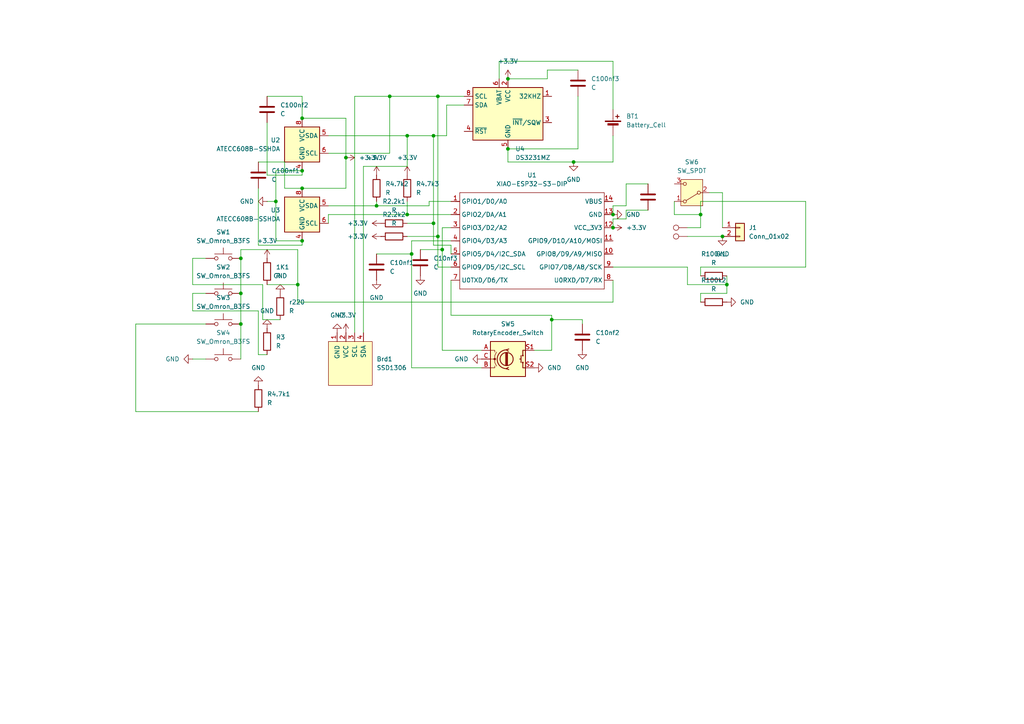
<source format=kicad_sch>
(kicad_sch
	(version 20250114)
	(generator "eeschema")
	(generator_version "9.0")
	(uuid "2d34fffe-451a-4ee2-983d-3b542ec2a489")
	(paper "A4")
	(title_block
		(title "Aegis")
	)
	(lib_symbols
		(symbol "Connector:TestPoint"
			(pin_numbers
				(hide yes)
			)
			(pin_names
				(offset 0.762)
				(hide yes)
			)
			(exclude_from_sim no)
			(in_bom yes)
			(on_board yes)
			(property "Reference" "TP"
				(at 0 6.858 0)
				(effects
					(font
						(size 1.27 1.27)
					)
				)
			)
			(property "Value" "TestPoint"
				(at 0 5.08 0)
				(effects
					(font
						(size 1.27 1.27)
					)
				)
			)
			(property "Footprint" ""
				(at 5.08 0 0)
				(effects
					(font
						(size 1.27 1.27)
					)
					(hide yes)
				)
			)
			(property "Datasheet" "~"
				(at 5.08 0 0)
				(effects
					(font
						(size 1.27 1.27)
					)
					(hide yes)
				)
			)
			(property "Description" "test point"
				(at 0 0 0)
				(effects
					(font
						(size 1.27 1.27)
					)
					(hide yes)
				)
			)
			(property "ki_keywords" "test point tp"
				(at 0 0 0)
				(effects
					(font
						(size 1.27 1.27)
					)
					(hide yes)
				)
			)
			(property "ki_fp_filters" "Pin* Test*"
				(at 0 0 0)
				(effects
					(font
						(size 1.27 1.27)
					)
					(hide yes)
				)
			)
			(symbol "TestPoint_0_1"
				(circle
					(center 0 3.302)
					(radius 0.762)
					(stroke
						(width 0)
						(type default)
					)
					(fill
						(type none)
					)
				)
			)
			(symbol "TestPoint_1_1"
				(pin passive line
					(at 0 0 90)
					(length 2.54)
					(name "1"
						(effects
							(font
								(size 1.27 1.27)
							)
						)
					)
					(number "1"
						(effects
							(font
								(size 1.27 1.27)
							)
						)
					)
				)
			)
			(embedded_fonts no)
		)
		(symbol "Connector_Generic:Conn_01x02"
			(pin_names
				(offset 1.016)
				(hide yes)
			)
			(exclude_from_sim no)
			(in_bom yes)
			(on_board yes)
			(property "Reference" "J"
				(at 0 2.54 0)
				(effects
					(font
						(size 1.27 1.27)
					)
				)
			)
			(property "Value" "Conn_01x02"
				(at 0 -5.08 0)
				(effects
					(font
						(size 1.27 1.27)
					)
				)
			)
			(property "Footprint" ""
				(at 0 0 0)
				(effects
					(font
						(size 1.27 1.27)
					)
					(hide yes)
				)
			)
			(property "Datasheet" "~"
				(at 0 0 0)
				(effects
					(font
						(size 1.27 1.27)
					)
					(hide yes)
				)
			)
			(property "Description" "Generic connector, single row, 01x02, script generated (kicad-library-utils/schlib/autogen/connector/)"
				(at 0 0 0)
				(effects
					(font
						(size 1.27 1.27)
					)
					(hide yes)
				)
			)
			(property "ki_keywords" "connector"
				(at 0 0 0)
				(effects
					(font
						(size 1.27 1.27)
					)
					(hide yes)
				)
			)
			(property "ki_fp_filters" "Connector*:*_1x??_*"
				(at 0 0 0)
				(effects
					(font
						(size 1.27 1.27)
					)
					(hide yes)
				)
			)
			(symbol "Conn_01x02_1_1"
				(rectangle
					(start -1.27 1.27)
					(end 1.27 -3.81)
					(stroke
						(width 0.254)
						(type default)
					)
					(fill
						(type background)
					)
				)
				(rectangle
					(start -1.27 0.127)
					(end 0 -0.127)
					(stroke
						(width 0.1524)
						(type default)
					)
					(fill
						(type none)
					)
				)
				(rectangle
					(start -1.27 -2.413)
					(end 0 -2.667)
					(stroke
						(width 0.1524)
						(type default)
					)
					(fill
						(type none)
					)
				)
				(pin passive line
					(at -5.08 0 0)
					(length 3.81)
					(name "Pin_1"
						(effects
							(font
								(size 1.27 1.27)
							)
						)
					)
					(number "1"
						(effects
							(font
								(size 1.27 1.27)
							)
						)
					)
				)
				(pin passive line
					(at -5.08 -2.54 0)
					(length 3.81)
					(name "Pin_2"
						(effects
							(font
								(size 1.27 1.27)
							)
						)
					)
					(number "2"
						(effects
							(font
								(size 1.27 1.27)
							)
						)
					)
				)
			)
			(embedded_fonts no)
		)
		(symbol "Device:Battery_Cell"
			(pin_numbers
				(hide yes)
			)
			(pin_names
				(offset 0)
				(hide yes)
			)
			(exclude_from_sim no)
			(in_bom yes)
			(on_board yes)
			(property "Reference" "BT"
				(at 2.54 2.54 0)
				(effects
					(font
						(size 1.27 1.27)
					)
					(justify left)
				)
			)
			(property "Value" "Battery_Cell"
				(at 2.54 0 0)
				(effects
					(font
						(size 1.27 1.27)
					)
					(justify left)
				)
			)
			(property "Footprint" ""
				(at 0 1.524 90)
				(effects
					(font
						(size 1.27 1.27)
					)
					(hide yes)
				)
			)
			(property "Datasheet" "~"
				(at 0 1.524 90)
				(effects
					(font
						(size 1.27 1.27)
					)
					(hide yes)
				)
			)
			(property "Description" "Single-cell battery"
				(at 0 0 0)
				(effects
					(font
						(size 1.27 1.27)
					)
					(hide yes)
				)
			)
			(property "ki_keywords" "battery cell"
				(at 0 0 0)
				(effects
					(font
						(size 1.27 1.27)
					)
					(hide yes)
				)
			)
			(symbol "Battery_Cell_0_1"
				(rectangle
					(start -2.286 1.778)
					(end 2.286 1.524)
					(stroke
						(width 0)
						(type default)
					)
					(fill
						(type outline)
					)
				)
				(rectangle
					(start -1.524 1.016)
					(end 1.524 0.508)
					(stroke
						(width 0)
						(type default)
					)
					(fill
						(type outline)
					)
				)
				(polyline
					(pts
						(xy 0 1.778) (xy 0 2.54)
					)
					(stroke
						(width 0)
						(type default)
					)
					(fill
						(type none)
					)
				)
				(polyline
					(pts
						(xy 0 0.762) (xy 0 0)
					)
					(stroke
						(width 0)
						(type default)
					)
					(fill
						(type none)
					)
				)
				(polyline
					(pts
						(xy 0.762 3.048) (xy 1.778 3.048)
					)
					(stroke
						(width 0.254)
						(type default)
					)
					(fill
						(type none)
					)
				)
				(polyline
					(pts
						(xy 1.27 3.556) (xy 1.27 2.54)
					)
					(stroke
						(width 0.254)
						(type default)
					)
					(fill
						(type none)
					)
				)
			)
			(symbol "Battery_Cell_1_1"
				(pin passive line
					(at 0 5.08 270)
					(length 2.54)
					(name "+"
						(effects
							(font
								(size 1.27 1.27)
							)
						)
					)
					(number "1"
						(effects
							(font
								(size 1.27 1.27)
							)
						)
					)
				)
				(pin passive line
					(at 0 -2.54 90)
					(length 2.54)
					(name "-"
						(effects
							(font
								(size 1.27 1.27)
							)
						)
					)
					(number "2"
						(effects
							(font
								(size 1.27 1.27)
							)
						)
					)
				)
			)
			(embedded_fonts no)
		)
		(symbol "Device:C"
			(pin_numbers
				(hide yes)
			)
			(pin_names
				(offset 0.254)
			)
			(exclude_from_sim no)
			(in_bom yes)
			(on_board yes)
			(property "Reference" "C"
				(at 0.635 2.54 0)
				(effects
					(font
						(size 1.27 1.27)
					)
					(justify left)
				)
			)
			(property "Value" "C"
				(at 0.635 -2.54 0)
				(effects
					(font
						(size 1.27 1.27)
					)
					(justify left)
				)
			)
			(property "Footprint" ""
				(at 0.9652 -3.81 0)
				(effects
					(font
						(size 1.27 1.27)
					)
					(hide yes)
				)
			)
			(property "Datasheet" "~"
				(at 0 0 0)
				(effects
					(font
						(size 1.27 1.27)
					)
					(hide yes)
				)
			)
			(property "Description" "Unpolarized capacitor"
				(at 0 0 0)
				(effects
					(font
						(size 1.27 1.27)
					)
					(hide yes)
				)
			)
			(property "ki_keywords" "cap capacitor"
				(at 0 0 0)
				(effects
					(font
						(size 1.27 1.27)
					)
					(hide yes)
				)
			)
			(property "ki_fp_filters" "C_*"
				(at 0 0 0)
				(effects
					(font
						(size 1.27 1.27)
					)
					(hide yes)
				)
			)
			(symbol "C_0_1"
				(polyline
					(pts
						(xy -2.032 0.762) (xy 2.032 0.762)
					)
					(stroke
						(width 0.508)
						(type default)
					)
					(fill
						(type none)
					)
				)
				(polyline
					(pts
						(xy -2.032 -0.762) (xy 2.032 -0.762)
					)
					(stroke
						(width 0.508)
						(type default)
					)
					(fill
						(type none)
					)
				)
			)
			(symbol "C_1_1"
				(pin passive line
					(at 0 3.81 270)
					(length 2.794)
					(name "~"
						(effects
							(font
								(size 1.27 1.27)
							)
						)
					)
					(number "1"
						(effects
							(font
								(size 1.27 1.27)
							)
						)
					)
				)
				(pin passive line
					(at 0 -3.81 90)
					(length 2.794)
					(name "~"
						(effects
							(font
								(size 1.27 1.27)
							)
						)
					)
					(number "2"
						(effects
							(font
								(size 1.27 1.27)
							)
						)
					)
				)
			)
			(embedded_fonts no)
		)
		(symbol "Device:R"
			(pin_numbers
				(hide yes)
			)
			(pin_names
				(offset 0)
			)
			(exclude_from_sim no)
			(in_bom yes)
			(on_board yes)
			(property "Reference" "R"
				(at 2.032 0 90)
				(effects
					(font
						(size 1.27 1.27)
					)
				)
			)
			(property "Value" "R"
				(at 0 0 90)
				(effects
					(font
						(size 1.27 1.27)
					)
				)
			)
			(property "Footprint" ""
				(at -1.778 0 90)
				(effects
					(font
						(size 1.27 1.27)
					)
					(hide yes)
				)
			)
			(property "Datasheet" "~"
				(at 0 0 0)
				(effects
					(font
						(size 1.27 1.27)
					)
					(hide yes)
				)
			)
			(property "Description" "Resistor"
				(at 0 0 0)
				(effects
					(font
						(size 1.27 1.27)
					)
					(hide yes)
				)
			)
			(property "ki_keywords" "R res resistor"
				(at 0 0 0)
				(effects
					(font
						(size 1.27 1.27)
					)
					(hide yes)
				)
			)
			(property "ki_fp_filters" "R_*"
				(at 0 0 0)
				(effects
					(font
						(size 1.27 1.27)
					)
					(hide yes)
				)
			)
			(symbol "R_0_1"
				(rectangle
					(start -1.016 -2.54)
					(end 1.016 2.54)
					(stroke
						(width 0.254)
						(type default)
					)
					(fill
						(type none)
					)
				)
			)
			(symbol "R_1_1"
				(pin passive line
					(at 0 3.81 270)
					(length 1.27)
					(name "~"
						(effects
							(font
								(size 1.27 1.27)
							)
						)
					)
					(number "1"
						(effects
							(font
								(size 1.27 1.27)
							)
						)
					)
				)
				(pin passive line
					(at 0 -3.81 90)
					(length 1.27)
					(name "~"
						(effects
							(font
								(size 1.27 1.27)
							)
						)
					)
					(number "2"
						(effects
							(font
								(size 1.27 1.27)
							)
						)
					)
				)
			)
			(embedded_fonts no)
		)
		(symbol "Device:RotaryEncoder_Switch"
			(pin_names
				(offset 0.254)
				(hide yes)
			)
			(exclude_from_sim no)
			(in_bom yes)
			(on_board yes)
			(property "Reference" "SW"
				(at 0 6.604 0)
				(effects
					(font
						(size 1.27 1.27)
					)
				)
			)
			(property "Value" "RotaryEncoder_Switch"
				(at 0 -6.604 0)
				(effects
					(font
						(size 1.27 1.27)
					)
				)
			)
			(property "Footprint" ""
				(at -3.81 4.064 0)
				(effects
					(font
						(size 1.27 1.27)
					)
					(hide yes)
				)
			)
			(property "Datasheet" "~"
				(at 0 6.604 0)
				(effects
					(font
						(size 1.27 1.27)
					)
					(hide yes)
				)
			)
			(property "Description" "Rotary encoder, dual channel, incremental quadrate outputs, with switch"
				(at 0 0 0)
				(effects
					(font
						(size 1.27 1.27)
					)
					(hide yes)
				)
			)
			(property "ki_keywords" "rotary switch encoder switch push button"
				(at 0 0 0)
				(effects
					(font
						(size 1.27 1.27)
					)
					(hide yes)
				)
			)
			(property "ki_fp_filters" "RotaryEncoder*Switch*"
				(at 0 0 0)
				(effects
					(font
						(size 1.27 1.27)
					)
					(hide yes)
				)
			)
			(symbol "RotaryEncoder_Switch_0_1"
				(rectangle
					(start -5.08 5.08)
					(end 5.08 -5.08)
					(stroke
						(width 0.254)
						(type default)
					)
					(fill
						(type background)
					)
				)
				(polyline
					(pts
						(xy -5.08 2.54) (xy -3.81 2.54) (xy -3.81 2.032)
					)
					(stroke
						(width 0)
						(type default)
					)
					(fill
						(type none)
					)
				)
				(polyline
					(pts
						(xy -5.08 0) (xy -3.81 0) (xy -3.81 -1.016) (xy -3.302 -2.032)
					)
					(stroke
						(width 0)
						(type default)
					)
					(fill
						(type none)
					)
				)
				(polyline
					(pts
						(xy -5.08 -2.54) (xy -3.81 -2.54) (xy -3.81 -2.032)
					)
					(stroke
						(width 0)
						(type default)
					)
					(fill
						(type none)
					)
				)
				(polyline
					(pts
						(xy -4.318 0) (xy -3.81 0) (xy -3.81 1.016) (xy -3.302 2.032)
					)
					(stroke
						(width 0)
						(type default)
					)
					(fill
						(type none)
					)
				)
				(circle
					(center -3.81 0)
					(radius 0.254)
					(stroke
						(width 0)
						(type default)
					)
					(fill
						(type outline)
					)
				)
				(polyline
					(pts
						(xy -0.635 -1.778) (xy -0.635 1.778)
					)
					(stroke
						(width 0.254)
						(type default)
					)
					(fill
						(type none)
					)
				)
				(circle
					(center -0.381 0)
					(radius 1.905)
					(stroke
						(width 0.254)
						(type default)
					)
					(fill
						(type none)
					)
				)
				(polyline
					(pts
						(xy -0.381 -1.778) (xy -0.381 1.778)
					)
					(stroke
						(width 0.254)
						(type default)
					)
					(fill
						(type none)
					)
				)
				(arc
					(start -0.381 -2.794)
					(mid -3.0988 -0.0635)
					(end -0.381 2.667)
					(stroke
						(width 0.254)
						(type default)
					)
					(fill
						(type none)
					)
				)
				(polyline
					(pts
						(xy -0.127 1.778) (xy -0.127 -1.778)
					)
					(stroke
						(width 0.254)
						(type default)
					)
					(fill
						(type none)
					)
				)
				(polyline
					(pts
						(xy 0.254 2.921) (xy -0.508 2.667) (xy 0.127 2.286)
					)
					(stroke
						(width 0.254)
						(type default)
					)
					(fill
						(type none)
					)
				)
				(polyline
					(pts
						(xy 0.254 -3.048) (xy -0.508 -2.794) (xy 0.127 -2.413)
					)
					(stroke
						(width 0.254)
						(type default)
					)
					(fill
						(type none)
					)
				)
				(polyline
					(pts
						(xy 3.81 1.016) (xy 3.81 -1.016)
					)
					(stroke
						(width 0.254)
						(type default)
					)
					(fill
						(type none)
					)
				)
				(polyline
					(pts
						(xy 3.81 0) (xy 3.429 0)
					)
					(stroke
						(width 0.254)
						(type default)
					)
					(fill
						(type none)
					)
				)
				(circle
					(center 4.318 1.016)
					(radius 0.127)
					(stroke
						(width 0.254)
						(type default)
					)
					(fill
						(type none)
					)
				)
				(circle
					(center 4.318 -1.016)
					(radius 0.127)
					(stroke
						(width 0.254)
						(type default)
					)
					(fill
						(type none)
					)
				)
				(polyline
					(pts
						(xy 5.08 2.54) (xy 4.318 2.54) (xy 4.318 1.016)
					)
					(stroke
						(width 0.254)
						(type default)
					)
					(fill
						(type none)
					)
				)
				(polyline
					(pts
						(xy 5.08 -2.54) (xy 4.318 -2.54) (xy 4.318 -1.016)
					)
					(stroke
						(width 0.254)
						(type default)
					)
					(fill
						(type none)
					)
				)
			)
			(symbol "RotaryEncoder_Switch_1_1"
				(pin passive line
					(at -7.62 2.54 0)
					(length 2.54)
					(name "A"
						(effects
							(font
								(size 1.27 1.27)
							)
						)
					)
					(number "A"
						(effects
							(font
								(size 1.27 1.27)
							)
						)
					)
				)
				(pin passive line
					(at -7.62 0 0)
					(length 2.54)
					(name "C"
						(effects
							(font
								(size 1.27 1.27)
							)
						)
					)
					(number "C"
						(effects
							(font
								(size 1.27 1.27)
							)
						)
					)
				)
				(pin passive line
					(at -7.62 -2.54 0)
					(length 2.54)
					(name "B"
						(effects
							(font
								(size 1.27 1.27)
							)
						)
					)
					(number "B"
						(effects
							(font
								(size 1.27 1.27)
							)
						)
					)
				)
				(pin passive line
					(at 7.62 2.54 180)
					(length 2.54)
					(name "S1"
						(effects
							(font
								(size 1.27 1.27)
							)
						)
					)
					(number "S1"
						(effects
							(font
								(size 1.27 1.27)
							)
						)
					)
				)
				(pin passive line
					(at 7.62 -2.54 180)
					(length 2.54)
					(name "S2"
						(effects
							(font
								(size 1.27 1.27)
							)
						)
					)
					(number "S2"
						(effects
							(font
								(size 1.27 1.27)
							)
						)
					)
				)
			)
			(embedded_fonts no)
		)
		(symbol "OPL:XIAO-ESP32-S3-DIP"
			(exclude_from_sim no)
			(in_bom yes)
			(on_board yes)
			(property "Reference" "U"
				(at 1.27 0.508 0)
				(effects
					(font
						(size 1.27 1.27)
					)
				)
			)
			(property "Value" "XIAO-ESP32-S3-DIP"
				(at 9.652 -1.778 0)
				(effects
					(font
						(size 1.27 1.27)
					)
				)
			)
			(property "Footprint" "Module:MOUDLE14P-XIAO-DIP-SMD"
				(at 17.018 -31.75 0)
				(effects
					(font
						(size 1.27 1.27)
					)
					(hide yes)
				)
			)
			(property "Datasheet" ""
				(at 0 0 0)
				(effects
					(font
						(size 1.27 1.27)
					)
					(hide yes)
				)
			)
			(property "Description" ""
				(at 0 0 0)
				(effects
					(font
						(size 1.27 1.27)
					)
					(hide yes)
				)
			)
			(symbol "XIAO-ESP32-S3-DIP_1_0"
				(polyline
					(pts
						(xy 0 -2.54) (xy 41.91 -2.54)
					)
					(stroke
						(width 0.1524)
						(type solid)
					)
					(fill
						(type none)
					)
				)
				(polyline
					(pts
						(xy 0 -5.08) (xy -1.27 -5.08)
					)
					(stroke
						(width 0.1524)
						(type solid)
					)
					(fill
						(type none)
					)
				)
				(polyline
					(pts
						(xy 0 -5.08) (xy 0 -2.54)
					)
					(stroke
						(width 0.1524)
						(type solid)
					)
					(fill
						(type none)
					)
				)
				(polyline
					(pts
						(xy 0 -8.89) (xy -1.27 -8.89)
					)
					(stroke
						(width 0.1524)
						(type solid)
					)
					(fill
						(type none)
					)
				)
				(polyline
					(pts
						(xy 0 -8.89) (xy 0 -5.08)
					)
					(stroke
						(width 0.1524)
						(type solid)
					)
					(fill
						(type none)
					)
				)
				(polyline
					(pts
						(xy 0 -12.7) (xy -1.27 -12.7)
					)
					(stroke
						(width 0.1524)
						(type solid)
					)
					(fill
						(type none)
					)
				)
				(polyline
					(pts
						(xy 0 -12.7) (xy 0 -8.89)
					)
					(stroke
						(width 0.1524)
						(type solid)
					)
					(fill
						(type none)
					)
				)
				(polyline
					(pts
						(xy 0 -16.51) (xy -1.27 -16.51)
					)
					(stroke
						(width 0.1524)
						(type solid)
					)
					(fill
						(type none)
					)
				)
				(polyline
					(pts
						(xy 0 -16.51) (xy 0 -12.7)
					)
					(stroke
						(width 0.1524)
						(type solid)
					)
					(fill
						(type none)
					)
				)
				(polyline
					(pts
						(xy 0 -20.32) (xy -1.27 -20.32)
					)
					(stroke
						(width 0.1524)
						(type solid)
					)
					(fill
						(type none)
					)
				)
				(polyline
					(pts
						(xy 0 -24.13) (xy -1.27 -24.13)
					)
					(stroke
						(width 0.1524)
						(type solid)
					)
					(fill
						(type none)
					)
				)
				(polyline
					(pts
						(xy 0 -27.94) (xy -1.27 -27.94)
					)
					(stroke
						(width 0.1524)
						(type solid)
					)
					(fill
						(type none)
					)
				)
				(polyline
					(pts
						(xy 0 -30.48) (xy 0 -16.51)
					)
					(stroke
						(width 0.1524)
						(type solid)
					)
					(fill
						(type none)
					)
				)
				(polyline
					(pts
						(xy 41.91 -2.54) (xy 41.91 -5.08)
					)
					(stroke
						(width 0.1524)
						(type solid)
					)
					(fill
						(type none)
					)
				)
				(polyline
					(pts
						(xy 41.91 -5.08) (xy 41.91 -8.89)
					)
					(stroke
						(width 0.1524)
						(type solid)
					)
					(fill
						(type none)
					)
				)
				(polyline
					(pts
						(xy 41.91 -8.89) (xy 41.91 -12.7)
					)
					(stroke
						(width 0.1524)
						(type solid)
					)
					(fill
						(type none)
					)
				)
				(polyline
					(pts
						(xy 41.91 -12.7) (xy 41.91 -30.48)
					)
					(stroke
						(width 0.1524)
						(type solid)
					)
					(fill
						(type none)
					)
				)
				(polyline
					(pts
						(xy 41.91 -30.48) (xy 0 -30.48)
					)
					(stroke
						(width 0.1524)
						(type solid)
					)
					(fill
						(type none)
					)
				)
				(polyline
					(pts
						(xy 43.18 -5.08) (xy 41.91 -5.08)
					)
					(stroke
						(width 0.1524)
						(type solid)
					)
					(fill
						(type none)
					)
				)
				(polyline
					(pts
						(xy 43.18 -8.89) (xy 41.91 -8.89)
					)
					(stroke
						(width 0.1524)
						(type solid)
					)
					(fill
						(type none)
					)
				)
				(polyline
					(pts
						(xy 43.18 -12.7) (xy 41.91 -12.7)
					)
					(stroke
						(width 0.1524)
						(type solid)
					)
					(fill
						(type none)
					)
				)
				(polyline
					(pts
						(xy 43.18 -16.51) (xy 41.91 -16.51)
					)
					(stroke
						(width 0.1524)
						(type solid)
					)
					(fill
						(type none)
					)
				)
				(polyline
					(pts
						(xy 43.18 -20.32) (xy 41.91 -20.32)
					)
					(stroke
						(width 0.1524)
						(type solid)
					)
					(fill
						(type none)
					)
				)
				(polyline
					(pts
						(xy 43.18 -24.13) (xy 41.91 -24.13)
					)
					(stroke
						(width 0.1524)
						(type solid)
					)
					(fill
						(type none)
					)
				)
				(polyline
					(pts
						(xy 43.18 -27.94) (xy 41.91 -27.94)
					)
					(stroke
						(width 0.1524)
						(type solid)
					)
					(fill
						(type none)
					)
				)
				(pin passive line
					(at -2.54 -5.08 0)
					(length 2.54)
					(name "GPIO1/D0/A0"
						(effects
							(font
								(size 1.27 1.27)
							)
						)
					)
					(number "1"
						(effects
							(font
								(size 1.27 1.27)
							)
						)
					)
				)
				(pin passive line
					(at -2.54 -8.89 0)
					(length 2.54)
					(name "GPIO2/DA/A1"
						(effects
							(font
								(size 1.27 1.27)
							)
						)
					)
					(number "2"
						(effects
							(font
								(size 1.27 1.27)
							)
						)
					)
				)
				(pin passive line
					(at -2.54 -12.7 0)
					(length 2.54)
					(name "GPIO3/D2/A2"
						(effects
							(font
								(size 1.27 1.27)
							)
						)
					)
					(number "3"
						(effects
							(font
								(size 1.27 1.27)
							)
						)
					)
				)
				(pin passive line
					(at -2.54 -16.51 0)
					(length 2.54)
					(name "GPIO4/D3/A3"
						(effects
							(font
								(size 1.27 1.27)
							)
						)
					)
					(number "4"
						(effects
							(font
								(size 1.27 1.27)
							)
						)
					)
				)
				(pin passive line
					(at -2.54 -20.32 0)
					(length 2.54)
					(name "GPIO5/D4/I2C_SDA"
						(effects
							(font
								(size 1.27 1.27)
							)
						)
					)
					(number "5"
						(effects
							(font
								(size 1.27 1.27)
							)
						)
					)
				)
				(pin passive line
					(at -2.54 -24.13 0)
					(length 2.54)
					(name "GPIO9/D5/I2C_SCL"
						(effects
							(font
								(size 1.27 1.27)
							)
						)
					)
					(number "6"
						(effects
							(font
								(size 1.27 1.27)
							)
						)
					)
				)
				(pin passive line
					(at -2.54 -27.94 0)
					(length 2.54)
					(name "U0TXD/D6/TX"
						(effects
							(font
								(size 1.27 1.27)
							)
						)
					)
					(number "7"
						(effects
							(font
								(size 1.27 1.27)
							)
						)
					)
				)
				(pin passive line
					(at 44.45 -5.08 180)
					(length 2.54)
					(name "VBUS"
						(effects
							(font
								(size 1.27 1.27)
							)
						)
					)
					(number "14"
						(effects
							(font
								(size 1.27 1.27)
							)
						)
					)
				)
				(pin passive line
					(at 44.45 -8.89 180)
					(length 2.54)
					(name "GND"
						(effects
							(font
								(size 1.27 1.27)
							)
						)
					)
					(number "13"
						(effects
							(font
								(size 1.27 1.27)
							)
						)
					)
				)
				(pin passive line
					(at 44.45 -12.7 180)
					(length 2.54)
					(name "VCC_3V3"
						(effects
							(font
								(size 1.27 1.27)
							)
						)
					)
					(number "12"
						(effects
							(font
								(size 1.27 1.27)
							)
						)
					)
				)
				(pin passive line
					(at 44.45 -16.51 180)
					(length 2.54)
					(name "GPIO9/D10/A10/MOSI"
						(effects
							(font
								(size 1.27 1.27)
							)
						)
					)
					(number "11"
						(effects
							(font
								(size 1.27 1.27)
							)
						)
					)
				)
				(pin passive line
					(at 44.45 -20.32 180)
					(length 2.54)
					(name "GPIO8/D9/A9/MISO"
						(effects
							(font
								(size 1.27 1.27)
							)
						)
					)
					(number "10"
						(effects
							(font
								(size 1.27 1.27)
							)
						)
					)
				)
				(pin passive line
					(at 44.45 -24.13 180)
					(length 2.54)
					(name "GPIO7/D8/A8/SCK"
						(effects
							(font
								(size 1.27 1.27)
							)
						)
					)
					(number "9"
						(effects
							(font
								(size 1.27 1.27)
							)
						)
					)
				)
				(pin passive line
					(at 44.45 -27.94 180)
					(length 2.54)
					(name "U0RXD/D7/RX"
						(effects
							(font
								(size 1.27 1.27)
							)
						)
					)
					(number "8"
						(effects
							(font
								(size 1.27 1.27)
							)
						)
					)
				)
			)
			(embedded_fonts no)
		)
		(symbol "SSD1306-128x64_OLED:SSD1306"
			(pin_names
				(offset 1.016)
			)
			(exclude_from_sim no)
			(in_bom yes)
			(on_board yes)
			(property "Reference" "Brd"
				(at 0 -3.81 0)
				(effects
					(font
						(size 1.27 1.27)
					)
				)
			)
			(property "Value" "SSD1306"
				(at 0 -1.27 0)
				(effects
					(font
						(size 1.27 1.27)
					)
				)
			)
			(property "Footprint" ""
				(at 0 6.35 0)
				(effects
					(font
						(size 1.27 1.27)
					)
					(hide yes)
				)
			)
			(property "Datasheet" ""
				(at 0 6.35 0)
				(effects
					(font
						(size 1.27 1.27)
					)
					(hide yes)
				)
			)
			(property "Description" "SSD1306 OLED"
				(at 0 0 0)
				(effects
					(font
						(size 1.27 1.27)
					)
					(hide yes)
				)
			)
			(property "ki_keywords" "SSD1306"
				(at 0 0 0)
				(effects
					(font
						(size 1.27 1.27)
					)
					(hide yes)
				)
			)
			(property "ki_fp_filters" "SSD1306-128x64_OLED:SSD1306"
				(at 0 0 0)
				(effects
					(font
						(size 1.27 1.27)
					)
					(hide yes)
				)
			)
			(symbol "SSD1306_0_1"
				(rectangle
					(start -6.35 6.35)
					(end 6.35 -6.35)
					(stroke
						(width 0)
						(type solid)
					)
					(fill
						(type background)
					)
				)
			)
			(symbol "SSD1306_1_1"
				(pin input line
					(at -3.81 8.89 270)
					(length 2.54)
					(name "GND"
						(effects
							(font
								(size 1.27 1.27)
							)
						)
					)
					(number "1"
						(effects
							(font
								(size 1.27 1.27)
							)
						)
					)
				)
				(pin input line
					(at -1.27 8.89 270)
					(length 2.54)
					(name "VCC"
						(effects
							(font
								(size 1.27 1.27)
							)
						)
					)
					(number "2"
						(effects
							(font
								(size 1.27 1.27)
							)
						)
					)
				)
				(pin input line
					(at 1.27 8.89 270)
					(length 2.54)
					(name "SCL"
						(effects
							(font
								(size 1.27 1.27)
							)
						)
					)
					(number "3"
						(effects
							(font
								(size 1.27 1.27)
							)
						)
					)
				)
				(pin input line
					(at 3.81 8.89 270)
					(length 2.54)
					(name "SDA"
						(effects
							(font
								(size 1.27 1.27)
							)
						)
					)
					(number "4"
						(effects
							(font
								(size 1.27 1.27)
							)
						)
					)
				)
			)
			(embedded_fonts no)
		)
		(symbol "Security:ATECC608B-SSHDA"
			(exclude_from_sim no)
			(in_bom yes)
			(on_board yes)
			(property "Reference" "U"
				(at 3.81 6.35 0)
				(effects
					(font
						(size 1.27 1.27)
					)
				)
			)
			(property "Value" "ATECC608B-SSHDA"
				(at 10.16 -6.35 0)
				(effects
					(font
						(size 1.27 1.27)
					)
				)
			)
			(property "Footprint" "Package_SO:SOIC-8_3.9x4.9mm_P1.27mm"
				(at 0 0 0)
				(effects
					(font
						(size 1.27 1.27)
					)
					(hide yes)
				)
			)
			(property "Datasheet" "https://ww1.microchip.com/downloads/aemDocuments/documents/SCBU/ProductDocuments/DataSheets/ATECC608B-CryptoAuthentication-Device-Summary-Data-Sheet-DS40002239B.pdf"
				(at 3.81 6.35 0)
				(effects
					(font
						(size 1.27 1.27)
					)
					(hide yes)
				)
			)
			(property "Description" "Cryptographic Co-Processor with Secure Hardware-based 16 Key Storage, ECDSA and ECDH support, I2C, SOIC-8"
				(at 0 0 0)
				(effects
					(font
						(size 1.27 1.27)
					)
					(hide yes)
				)
			)
			(property "ki_keywords" "Cryptographic coprocessor"
				(at 0 0 0)
				(effects
					(font
						(size 1.27 1.27)
					)
					(hide yes)
				)
			)
			(property "ki_fp_filters" "SOIC*8*3.9x4.9mm*P1.27mm*"
				(at 0 0 0)
				(effects
					(font
						(size 1.27 1.27)
					)
					(hide yes)
				)
			)
			(symbol "ATECC608B-SSHDA_0_1"
				(rectangle
					(start -5.08 5.08)
					(end 5.08 -5.08)
					(stroke
						(width 0.254)
						(type default)
					)
					(fill
						(type background)
					)
				)
			)
			(symbol "ATECC608B-SSHDA_1_1"
				(pin no_connect line
					(at -5.08 2.54 0)
					(length 2.54)
					(hide yes)
					(name "NC"
						(effects
							(font
								(size 1.27 1.27)
							)
						)
					)
					(number "1"
						(effects
							(font
								(size 1.27 1.27)
							)
						)
					)
				)
				(pin no_connect line
					(at -5.08 0 0)
					(length 2.54)
					(hide yes)
					(name "NC"
						(effects
							(font
								(size 1.27 1.27)
							)
						)
					)
					(number "2"
						(effects
							(font
								(size 1.27 1.27)
							)
						)
					)
				)
				(pin no_connect line
					(at -5.08 -2.54 0)
					(length 2.54)
					(hide yes)
					(name "NC"
						(effects
							(font
								(size 1.27 1.27)
							)
						)
					)
					(number "3"
						(effects
							(font
								(size 1.27 1.27)
							)
						)
					)
				)
				(pin power_in line
					(at 0 7.62 270)
					(length 2.54)
					(name "VCC"
						(effects
							(font
								(size 1.27 1.27)
							)
						)
					)
					(number "8"
						(effects
							(font
								(size 1.27 1.27)
							)
						)
					)
				)
				(pin power_in line
					(at 0 -7.62 90)
					(length 2.54)
					(name "GND"
						(effects
							(font
								(size 1.27 1.27)
							)
						)
					)
					(number "4"
						(effects
							(font
								(size 1.27 1.27)
							)
						)
					)
				)
				(pin no_connect line
					(at 5.08 0 180)
					(length 2.54)
					(hide yes)
					(name "NC"
						(effects
							(font
								(size 1.27 1.27)
							)
						)
					)
					(number "7"
						(effects
							(font
								(size 1.27 1.27)
							)
						)
					)
				)
				(pin bidirectional line
					(at 7.62 2.54 180)
					(length 2.54)
					(name "SDA"
						(effects
							(font
								(size 1.27 1.27)
							)
						)
					)
					(number "5"
						(effects
							(font
								(size 1.27 1.27)
							)
						)
					)
				)
				(pin input line
					(at 7.62 -2.54 180)
					(length 2.54)
					(name "SCL"
						(effects
							(font
								(size 1.27 1.27)
							)
						)
					)
					(number "6"
						(effects
							(font
								(size 1.27 1.27)
							)
						)
					)
				)
			)
			(embedded_fonts no)
		)
		(symbol "Switch:SW_Omron_B3FS"
			(pin_numbers
				(hide yes)
			)
			(pin_names
				(offset 1.016)
				(hide yes)
			)
			(exclude_from_sim no)
			(in_bom yes)
			(on_board yes)
			(property "Reference" "SW"
				(at 1.27 2.54 0)
				(effects
					(font
						(size 1.27 1.27)
					)
					(justify left)
				)
			)
			(property "Value" "SW_Omron_B3FS"
				(at 0 -1.524 0)
				(effects
					(font
						(size 1.27 1.27)
					)
				)
			)
			(property "Footprint" ""
				(at 0 5.08 0)
				(effects
					(font
						(size 1.27 1.27)
					)
					(hide yes)
				)
			)
			(property "Datasheet" "https://omronfs.omron.com/en_US/ecb/products/pdf/en-b3fs.pdf"
				(at 0 5.08 0)
				(effects
					(font
						(size 1.27 1.27)
					)
					(hide yes)
				)
			)
			(property "Description" "Omron B3FS 6x6mm single pole normally-open tactile switch"
				(at 0 0 0)
				(effects
					(font
						(size 1.27 1.27)
					)
					(hide yes)
				)
			)
			(property "ki_keywords" "switch normally-open pushbutton push-button"
				(at 0 0 0)
				(effects
					(font
						(size 1.27 1.27)
					)
					(hide yes)
				)
			)
			(property "ki_fp_filters" "SW*Omron*B3FS*"
				(at 0 0 0)
				(effects
					(font
						(size 1.27 1.27)
					)
					(hide yes)
				)
			)
			(symbol "SW_Omron_B3FS_0_1"
				(circle
					(center -2.032 0)
					(radius 0.508)
					(stroke
						(width 0)
						(type default)
					)
					(fill
						(type none)
					)
				)
				(polyline
					(pts
						(xy 0 1.27) (xy 0 3.048)
					)
					(stroke
						(width 0)
						(type default)
					)
					(fill
						(type none)
					)
				)
				(circle
					(center 2.032 0)
					(radius 0.508)
					(stroke
						(width 0)
						(type default)
					)
					(fill
						(type none)
					)
				)
				(polyline
					(pts
						(xy 2.54 1.27) (xy -2.54 1.27)
					)
					(stroke
						(width 0)
						(type default)
					)
					(fill
						(type none)
					)
				)
				(pin passive line
					(at -5.08 0 0)
					(length 2.54)
					(name "1"
						(effects
							(font
								(size 1.27 1.27)
							)
						)
					)
					(number "1"
						(effects
							(font
								(size 1.27 1.27)
							)
						)
					)
				)
				(pin passive line
					(at 5.08 0 180)
					(length 2.54)
					(name "2"
						(effects
							(font
								(size 1.27 1.27)
							)
						)
					)
					(number "2"
						(effects
							(font
								(size 1.27 1.27)
							)
						)
					)
				)
			)
			(embedded_fonts no)
		)
		(symbol "Switch:SW_SPDT"
			(pin_names
				(offset 0)
				(hide yes)
			)
			(exclude_from_sim no)
			(in_bom yes)
			(on_board yes)
			(property "Reference" "SW"
				(at 0 5.08 0)
				(effects
					(font
						(size 1.27 1.27)
					)
				)
			)
			(property "Value" "SW_SPDT"
				(at 0 -5.08 0)
				(effects
					(font
						(size 1.27 1.27)
					)
				)
			)
			(property "Footprint" ""
				(at 0 0 0)
				(effects
					(font
						(size 1.27 1.27)
					)
					(hide yes)
				)
			)
			(property "Datasheet" "~"
				(at 0 -7.62 0)
				(effects
					(font
						(size 1.27 1.27)
					)
					(hide yes)
				)
			)
			(property "Description" "Switch, single pole double throw"
				(at 0 0 0)
				(effects
					(font
						(size 1.27 1.27)
					)
					(hide yes)
				)
			)
			(property "ki_keywords" "switch single-pole double-throw spdt ON-ON"
				(at 0 0 0)
				(effects
					(font
						(size 1.27 1.27)
					)
					(hide yes)
				)
			)
			(symbol "SW_SPDT_0_1"
				(circle
					(center -2.032 0)
					(radius 0.4572)
					(stroke
						(width 0)
						(type default)
					)
					(fill
						(type none)
					)
				)
				(polyline
					(pts
						(xy -1.651 0.254) (xy 1.651 2.286)
					)
					(stroke
						(width 0)
						(type default)
					)
					(fill
						(type none)
					)
				)
				(circle
					(center 2.032 2.54)
					(radius 0.4572)
					(stroke
						(width 0)
						(type default)
					)
					(fill
						(type none)
					)
				)
				(circle
					(center 2.032 -2.54)
					(radius 0.4572)
					(stroke
						(width 0)
						(type default)
					)
					(fill
						(type none)
					)
				)
			)
			(symbol "SW_SPDT_1_1"
				(rectangle
					(start -3.175 3.81)
					(end 3.175 -3.81)
					(stroke
						(width 0)
						(type default)
					)
					(fill
						(type background)
					)
				)
				(pin passive line
					(at -5.08 0 0)
					(length 2.54)
					(name "B"
						(effects
							(font
								(size 1.27 1.27)
							)
						)
					)
					(number "2"
						(effects
							(font
								(size 1.27 1.27)
							)
						)
					)
				)
				(pin passive line
					(at 5.08 2.54 180)
					(length 2.54)
					(name "A"
						(effects
							(font
								(size 1.27 1.27)
							)
						)
					)
					(number "1"
						(effects
							(font
								(size 1.27 1.27)
							)
						)
					)
				)
				(pin passive line
					(at 5.08 -2.54 180)
					(length 2.54)
					(name "C"
						(effects
							(font
								(size 1.27 1.27)
							)
						)
					)
					(number "3"
						(effects
							(font
								(size 1.27 1.27)
							)
						)
					)
				)
			)
			(embedded_fonts no)
		)
		(symbol "Timer_RTC:DS3231MZ"
			(exclude_from_sim no)
			(in_bom yes)
			(on_board yes)
			(property "Reference" "U"
				(at -7.62 8.89 0)
				(effects
					(font
						(size 1.27 1.27)
					)
					(justify right)
				)
			)
			(property "Value" "DS3231MZ"
				(at 11.43 8.89 0)
				(effects
					(font
						(size 1.27 1.27)
					)
					(justify right)
				)
			)
			(property "Footprint" "Package_SO:SOIC-8_3.9x4.9mm_P1.27mm"
				(at 0 -12.7 0)
				(effects
					(font
						(size 1.27 1.27)
					)
					(hide yes)
				)
			)
			(property "Datasheet" "http://datasheets.maximintegrated.com/en/ds/DS3231M.pdf"
				(at 0 -15.24 0)
				(effects
					(font
						(size 1.27 1.27)
					)
					(hide yes)
				)
			)
			(property "Description" "±5ppm, I2C Real-Time Clock SOIC-8"
				(at 0 0 0)
				(effects
					(font
						(size 1.27 1.27)
					)
					(hide yes)
				)
			)
			(property "ki_keywords" "RTC TCXO Realtime Time Clock MEMS I2C"
				(at 0 0 0)
				(effects
					(font
						(size 1.27 1.27)
					)
					(hide yes)
				)
			)
			(property "ki_fp_filters" "SOIC*3.9x4.9mm*P1.27mm*"
				(at 0 0 0)
				(effects
					(font
						(size 1.27 1.27)
					)
					(hide yes)
				)
			)
			(symbol "DS3231MZ_0_1"
				(rectangle
					(start -10.16 7.62)
					(end 10.16 -7.62)
					(stroke
						(width 0.254)
						(type default)
					)
					(fill
						(type background)
					)
				)
			)
			(symbol "DS3231MZ_1_1"
				(pin input line
					(at -12.7 5.08 0)
					(length 2.54)
					(name "SCL"
						(effects
							(font
								(size 1.27 1.27)
							)
						)
					)
					(number "8"
						(effects
							(font
								(size 1.27 1.27)
							)
						)
					)
				)
				(pin bidirectional line
					(at -12.7 2.54 0)
					(length 2.54)
					(name "SDA"
						(effects
							(font
								(size 1.27 1.27)
							)
						)
					)
					(number "7"
						(effects
							(font
								(size 1.27 1.27)
							)
						)
					)
				)
				(pin bidirectional line
					(at -12.7 -5.08 0)
					(length 2.54)
					(name "~{RST}"
						(effects
							(font
								(size 1.27 1.27)
							)
						)
					)
					(number "4"
						(effects
							(font
								(size 1.27 1.27)
							)
						)
					)
				)
				(pin power_in line
					(at -2.54 10.16 270)
					(length 2.54)
					(name "VBAT"
						(effects
							(font
								(size 1.27 1.27)
							)
						)
					)
					(number "6"
						(effects
							(font
								(size 1.27 1.27)
							)
						)
					)
				)
				(pin power_in line
					(at 0 10.16 270)
					(length 2.54)
					(name "VCC"
						(effects
							(font
								(size 1.27 1.27)
							)
						)
					)
					(number "2"
						(effects
							(font
								(size 1.27 1.27)
							)
						)
					)
				)
				(pin power_in line
					(at 0 -10.16 90)
					(length 2.54)
					(name "GND"
						(effects
							(font
								(size 1.27 1.27)
							)
						)
					)
					(number "5"
						(effects
							(font
								(size 1.27 1.27)
							)
						)
					)
				)
				(pin open_collector line
					(at 12.7 5.08 180)
					(length 2.54)
					(name "32KHZ"
						(effects
							(font
								(size 1.27 1.27)
							)
						)
					)
					(number "1"
						(effects
							(font
								(size 1.27 1.27)
							)
						)
					)
				)
				(pin open_collector line
					(at 12.7 -2.54 180)
					(length 2.54)
					(name "~{INT}/SQW"
						(effects
							(font
								(size 1.27 1.27)
							)
						)
					)
					(number "3"
						(effects
							(font
								(size 1.27 1.27)
							)
						)
					)
				)
			)
			(embedded_fonts no)
		)
		(symbol "power:+3.3V"
			(power)
			(pin_numbers
				(hide yes)
			)
			(pin_names
				(offset 0)
				(hide yes)
			)
			(exclude_from_sim no)
			(in_bom yes)
			(on_board yes)
			(property "Reference" "#PWR"
				(at 0 -3.81 0)
				(effects
					(font
						(size 1.27 1.27)
					)
					(hide yes)
				)
			)
			(property "Value" "+3.3V"
				(at 0 3.556 0)
				(effects
					(font
						(size 1.27 1.27)
					)
				)
			)
			(property "Footprint" ""
				(at 0 0 0)
				(effects
					(font
						(size 1.27 1.27)
					)
					(hide yes)
				)
			)
			(property "Datasheet" ""
				(at 0 0 0)
				(effects
					(font
						(size 1.27 1.27)
					)
					(hide yes)
				)
			)
			(property "Description" "Power symbol creates a global label with name \"+3.3V\""
				(at 0 0 0)
				(effects
					(font
						(size 1.27 1.27)
					)
					(hide yes)
				)
			)
			(property "ki_keywords" "global power"
				(at 0 0 0)
				(effects
					(font
						(size 1.27 1.27)
					)
					(hide yes)
				)
			)
			(symbol "+3.3V_0_1"
				(polyline
					(pts
						(xy -0.762 1.27) (xy 0 2.54)
					)
					(stroke
						(width 0)
						(type default)
					)
					(fill
						(type none)
					)
				)
				(polyline
					(pts
						(xy 0 2.54) (xy 0.762 1.27)
					)
					(stroke
						(width 0)
						(type default)
					)
					(fill
						(type none)
					)
				)
				(polyline
					(pts
						(xy 0 0) (xy 0 2.54)
					)
					(stroke
						(width 0)
						(type default)
					)
					(fill
						(type none)
					)
				)
			)
			(symbol "+3.3V_1_1"
				(pin power_in line
					(at 0 0 90)
					(length 0)
					(name "~"
						(effects
							(font
								(size 1.27 1.27)
							)
						)
					)
					(number "1"
						(effects
							(font
								(size 1.27 1.27)
							)
						)
					)
				)
			)
			(embedded_fonts no)
		)
		(symbol "power:GND"
			(power)
			(pin_numbers
				(hide yes)
			)
			(pin_names
				(offset 0)
				(hide yes)
			)
			(exclude_from_sim no)
			(in_bom yes)
			(on_board yes)
			(property "Reference" "#PWR"
				(at 0 -6.35 0)
				(effects
					(font
						(size 1.27 1.27)
					)
					(hide yes)
				)
			)
			(property "Value" "GND"
				(at 0 -3.81 0)
				(effects
					(font
						(size 1.27 1.27)
					)
				)
			)
			(property "Footprint" ""
				(at 0 0 0)
				(effects
					(font
						(size 1.27 1.27)
					)
					(hide yes)
				)
			)
			(property "Datasheet" ""
				(at 0 0 0)
				(effects
					(font
						(size 1.27 1.27)
					)
					(hide yes)
				)
			)
			(property "Description" "Power symbol creates a global label with name \"GND\" , ground"
				(at 0 0 0)
				(effects
					(font
						(size 1.27 1.27)
					)
					(hide yes)
				)
			)
			(property "ki_keywords" "global power"
				(at 0 0 0)
				(effects
					(font
						(size 1.27 1.27)
					)
					(hide yes)
				)
			)
			(symbol "GND_0_1"
				(polyline
					(pts
						(xy 0 0) (xy 0 -1.27) (xy 1.27 -1.27) (xy 0 -2.54) (xy -1.27 -1.27) (xy 0 -1.27)
					)
					(stroke
						(width 0)
						(type default)
					)
					(fill
						(type none)
					)
				)
			)
			(symbol "GND_1_1"
				(pin power_in line
					(at 0 0 270)
					(length 0)
					(name "~"
						(effects
							(font
								(size 1.27 1.27)
							)
						)
					)
					(number "1"
						(effects
							(font
								(size 1.27 1.27)
							)
						)
					)
				)
			)
			(embedded_fonts no)
		)
	)
	(junction
		(at 128.27 72.39)
		(diameter 0)
		(color 0 0 0 0)
		(uuid "1083f873-4dcb-43c4-9712-f721cc95f117")
	)
	(junction
		(at 100.33 45.72)
		(diameter 0)
		(color 0 0 0 0)
		(uuid "163a75b3-1477-4aaf-af1d-f378d953d4aa")
	)
	(junction
		(at 147.32 22.86)
		(diameter 0)
		(color 0 0 0 0)
		(uuid "242e81a3-2748-4f03-a292-b6d4da77b08d")
	)
	(junction
		(at 109.22 59.69)
		(diameter 0)
		(color 0 0 0 0)
		(uuid "2b30ddaf-5a95-45ab-919b-2e1bc75b8312")
	)
	(junction
		(at 118.11 39.37)
		(diameter 0)
		(color 0 0 0 0)
		(uuid "4141edad-1eca-43dc-8159-c7a49bdaada6")
	)
	(junction
		(at 166.37 46.99)
		(diameter 0)
		(color 0 0 0 0)
		(uuid "47a0d434-14ea-4e74-bd0a-a7d2dd1b733e")
	)
	(junction
		(at 69.85 93.98)
		(diameter 0)
		(color 0 0 0 0)
		(uuid "4adf8ca0-953b-4396-8da8-33ac83135906")
	)
	(junction
		(at 80.01 58.42)
		(diameter 0)
		(color 0 0 0 0)
		(uuid "4f574941-f181-434d-bb80-4f1faea75cb2")
	)
	(junction
		(at 86.36 82.55)
		(diameter 0)
		(color 0 0 0 0)
		(uuid "559c261d-d2df-435d-8ea3-3878fdb36a5e")
	)
	(junction
		(at 87.63 54.61)
		(diameter 0)
		(color 0 0 0 0)
		(uuid "5b519cb3-c55c-4572-b7e0-2a7231aa4c7f")
	)
	(junction
		(at 87.63 69.85)
		(diameter 0)
		(color 0 0 0 0)
		(uuid "730e24c1-fcf7-4965-b711-e1bf3fa1b7ad")
	)
	(junction
		(at 147.32 43.18)
		(diameter 0)
		(color 0 0 0 0)
		(uuid "75759d89-d27f-42e5-ab5f-84e72d7fd0f2")
	)
	(junction
		(at 87.63 49.53)
		(diameter 0)
		(color 0 0 0 0)
		(uuid "8e5f4c93-389b-47ec-8e78-5a2235765ef2")
	)
	(junction
		(at 69.85 74.93)
		(diameter 0)
		(color 0 0 0 0)
		(uuid "9219e1cd-21ba-4933-8114-fac2dba928c5")
	)
	(junction
		(at 160.02 92.71)
		(diameter 0)
		(color 0 0 0 0)
		(uuid "acf9db48-f95b-4e0f-9f51-4db6f4f1492d")
	)
	(junction
		(at 209.55 68.58)
		(diameter 0)
		(color 0 0 0 0)
		(uuid "b0bef8cf-368c-4bd5-afb3-97f76e4f32a8")
	)
	(junction
		(at 177.8 66.04)
		(diameter 0)
		(color 0 0 0 0)
		(uuid "b1b49904-59a1-4ebd-82f3-f005f4510a8f")
	)
	(junction
		(at 177.8 62.23)
		(diameter 0)
		(color 0 0 0 0)
		(uuid "c4aa8372-a62d-4f32-875c-8b0130f9c5df")
	)
	(junction
		(at 113.03 27.94)
		(diameter 0)
		(color 0 0 0 0)
		(uuid "c665142c-35ff-471e-9d3f-c19d393560c8")
	)
	(junction
		(at 69.85 85.09)
		(diameter 0)
		(color 0 0 0 0)
		(uuid "c7055c8a-3b6a-49b9-bff3-3299dfa56e6a")
	)
	(junction
		(at 119.38 73.66)
		(diameter 0)
		(color 0 0 0 0)
		(uuid "c79e37b0-eb98-43ca-ad0d-c4a09611f30a")
	)
	(junction
		(at 87.63 34.29)
		(diameter 0)
		(color 0 0 0 0)
		(uuid "cd4448cc-f870-4466-99e7-a52cd588207e")
	)
	(junction
		(at 118.11 62.23)
		(diameter 0)
		(color 0 0 0 0)
		(uuid "d2ec9925-c3e9-412a-a63a-615472decee4")
	)
	(junction
		(at 125.73 64.77)
		(diameter 0)
		(color 0 0 0 0)
		(uuid "defc6019-8aec-4b5b-a848-abc56ab696cb")
	)
	(junction
		(at 127 68.58)
		(diameter 0)
		(color 0 0 0 0)
		(uuid "e7844c8c-65db-48c5-835b-0cf7dd2a2591")
	)
	(junction
		(at 210.82 82.55)
		(diameter 0)
		(color 0 0 0 0)
		(uuid "ea207e40-9851-4c04-b286-b8d75af0373c")
	)
	(junction
		(at 127 27.94)
		(diameter 0)
		(color 0 0 0 0)
		(uuid "f0579c0c-2b32-44ab-b948-e98b84804ca3")
	)
	(junction
		(at 125.73 39.37)
		(diameter 0)
		(color 0 0 0 0)
		(uuid "f198226c-6b21-4f6c-90b4-776f8afaeb91")
	)
	(junction
		(at 203.2 62.23)
		(diameter 0)
		(color 0 0 0 0)
		(uuid "fd3d5ec9-cf9b-42b9-b85e-9e8815f1a1be")
	)
	(wire
		(pts
			(xy 121.92 72.39) (xy 128.27 72.39)
		)
		(stroke
			(width 0)
			(type default)
		)
		(uuid "04a9c964-d2bb-4ac8-bad8-aa161c0200d1")
	)
	(wire
		(pts
			(xy 124.46 59.69) (xy 124.46 58.42)
		)
		(stroke
			(width 0)
			(type default)
		)
		(uuid "060c5341-7ee9-4654-ad5b-e2491025a152")
	)
	(wire
		(pts
			(xy 74.93 46.99) (xy 82.55 46.99)
		)
		(stroke
			(width 0)
			(type default)
		)
		(uuid "09922957-15f6-4596-aa13-2b31b760d6b0")
	)
	(wire
		(pts
			(xy 109.22 59.69) (xy 124.46 59.69)
		)
		(stroke
			(width 0)
			(type default)
		)
		(uuid "11866247-1bc8-4a3f-9e67-50bccea0065d")
	)
	(wire
		(pts
			(xy 160.02 92.71) (xy 168.91 92.71)
		)
		(stroke
			(width 0)
			(type default)
		)
		(uuid "13172f89-a4b1-4090-9ba6-90e7ec29a199")
	)
	(wire
		(pts
			(xy 127 77.47) (xy 130.81 77.47)
		)
		(stroke
			(width 0)
			(type default)
		)
		(uuid "161edf4f-4c95-4c89-bd56-dc76ec511c5e")
	)
	(wire
		(pts
			(xy 125.73 71.12) (xy 125.73 64.77)
		)
		(stroke
			(width 0)
			(type default)
		)
		(uuid "17984b62-6036-4f7e-9ec0-afbc48bb8c9f")
	)
	(wire
		(pts
			(xy 203.2 62.23) (xy 203.2 58.42)
		)
		(stroke
			(width 0)
			(type default)
		)
		(uuid "181fc037-42fc-4504-9077-0cf7a761455d")
	)
	(wire
		(pts
			(xy 181.61 53.34) (xy 187.96 53.34)
		)
		(stroke
			(width 0)
			(type default)
		)
		(uuid "19e1c4a3-ae10-4a72-b3bc-1d78eb66ed42")
	)
	(wire
		(pts
			(xy 118.11 62.23) (xy 130.81 62.23)
		)
		(stroke
			(width 0)
			(type default)
		)
		(uuid "1a56b0b3-e5ef-479f-9b5b-bf8266bc0129")
	)
	(wire
		(pts
			(xy 195.58 62.23) (xy 203.2 62.23)
		)
		(stroke
			(width 0)
			(type default)
		)
		(uuid "1c68f3bf-5c58-4f9b-8340-a2353f86ec4f")
	)
	(wire
		(pts
			(xy 125.73 39.37) (xy 129.54 39.37)
		)
		(stroke
			(width 0)
			(type default)
		)
		(uuid "1c870bb0-cb41-4839-9bc9-de6632f5055d")
	)
	(wire
		(pts
			(xy 77.47 35.56) (xy 77.47 50.8)
		)
		(stroke
			(width 0)
			(type default)
		)
		(uuid "1e46a435-2cb8-403f-a05f-c0713cf274e8")
	)
	(wire
		(pts
			(xy 87.63 69.85) (xy 80.01 69.85)
		)
		(stroke
			(width 0)
			(type default)
		)
		(uuid "1fb4da4b-bb70-48ad-b20a-e96e7d42081f")
	)
	(wire
		(pts
			(xy 128.27 66.04) (xy 130.81 66.04)
		)
		(stroke
			(width 0)
			(type default)
		)
		(uuid "21bc487a-27c6-4eba-af71-5924b9b289c2")
	)
	(wire
		(pts
			(xy 187.96 60.96) (xy 181.61 60.96)
		)
		(stroke
			(width 0)
			(type default)
		)
		(uuid "22df4436-79f6-4934-a5e1-4eea8f748a1b")
	)
	(wire
		(pts
			(xy 199.39 77.47) (xy 199.39 82.55)
		)
		(stroke
			(width 0)
			(type default)
		)
		(uuid "26d43196-82a2-434c-b1cd-6374338cb8dc")
	)
	(wire
		(pts
			(xy 167.64 43.18) (xy 167.64 27.94)
		)
		(stroke
			(width 0)
			(type default)
		)
		(uuid "2700a3c5-b202-4060-a86e-a33d20ed6d26")
	)
	(wire
		(pts
			(xy 125.73 64.77) (xy 125.73 39.37)
		)
		(stroke
			(width 0)
			(type default)
		)
		(uuid "2bbc7fa8-5f3f-49fa-bad1-c30f4a5e1fff")
	)
	(wire
		(pts
			(xy 203.2 58.42) (xy 233.68 58.42)
		)
		(stroke
			(width 0)
			(type default)
		)
		(uuid "2dbf93a7-2343-45a5-bd76-cd609c0293ac")
	)
	(wire
		(pts
			(xy 177.8 81.28) (xy 177.8 87.63)
		)
		(stroke
			(width 0)
			(type default)
		)
		(uuid "2eb20ad5-2d38-498c-828f-7099f174bb50")
	)
	(wire
		(pts
			(xy 181.61 63.5) (xy 177.8 63.5)
		)
		(stroke
			(width 0)
			(type default)
		)
		(uuid "2eda46b9-d97b-45bc-940a-857c37992846")
	)
	(wire
		(pts
			(xy 181.61 59.69) (xy 181.61 53.34)
		)
		(stroke
			(width 0)
			(type default)
		)
		(uuid "30dea0dc-573c-47da-8771-f843b6411d59")
	)
	(wire
		(pts
			(xy 127 27.94) (xy 134.62 27.94)
		)
		(stroke
			(width 0)
			(type default)
		)
		(uuid "338f208d-604d-45d7-9a2f-e8a44835c27a")
	)
	(wire
		(pts
			(xy 139.7 101.6) (xy 128.27 101.6)
		)
		(stroke
			(width 0)
			(type default)
		)
		(uuid "33de76ff-aa15-45a2-a43a-4d9f5628c535")
	)
	(wire
		(pts
			(xy 74.93 102.87) (xy 77.47 102.87)
		)
		(stroke
			(width 0)
			(type default)
		)
		(uuid "3584a5f3-a839-4cd7-9f2c-5c89225e5f66")
	)
	(wire
		(pts
			(xy 166.37 46.99) (xy 147.32 46.99)
		)
		(stroke
			(width 0)
			(type default)
		)
		(uuid "36e0ad26-ff4a-4a45-95fd-4c1c1cc1e468")
	)
	(wire
		(pts
			(xy 119.38 106.68) (xy 119.38 73.66)
		)
		(stroke
			(width 0)
			(type default)
		)
		(uuid "372b1bcd-7a88-4aa5-9fa7-7a2bcc8c1ab0")
	)
	(wire
		(pts
			(xy 100.33 45.72) (xy 100.33 34.29)
		)
		(stroke
			(width 0)
			(type default)
		)
		(uuid "3846b287-86b5-4362-8ccd-8fb8623187c6")
	)
	(wire
		(pts
			(xy 74.93 119.38) (xy 39.37 119.38)
		)
		(stroke
			(width 0)
			(type default)
		)
		(uuid "3a31076f-843c-41dd-b496-7985ca9f7f0b")
	)
	(wire
		(pts
			(xy 102.87 27.94) (xy 113.03 27.94)
		)
		(stroke
			(width 0)
			(type default)
		)
		(uuid "3b531b16-81be-4835-9149-d266d5ee55f5")
	)
	(wire
		(pts
			(xy 80.01 69.85) (xy 80.01 58.42)
		)
		(stroke
			(width 0)
			(type default)
		)
		(uuid "3cb6678f-c7aa-4376-9ea8-7a4afa3b6341")
	)
	(wire
		(pts
			(xy 109.22 58.42) (xy 109.22 59.69)
		)
		(stroke
			(width 0)
			(type default)
		)
		(uuid "3db50b64-8e6e-4fe0-b9d6-6d1c1562c2a4")
	)
	(wire
		(pts
			(xy 77.47 27.94) (xy 87.63 27.94)
		)
		(stroke
			(width 0)
			(type default)
		)
		(uuid "3e4ec8ba-d8ac-4f19-82e0-a3ad0cd8a407")
	)
	(wire
		(pts
			(xy 128.27 72.39) (xy 128.27 66.04)
		)
		(stroke
			(width 0)
			(type default)
		)
		(uuid "43b44f45-b2fe-4515-b557-9cf56c762309")
	)
	(wire
		(pts
			(xy 82.55 54.61) (xy 87.63 54.61)
		)
		(stroke
			(width 0)
			(type default)
		)
		(uuid "484ca3bd-9863-46a6-be9e-8ddf7f9e72de")
	)
	(wire
		(pts
			(xy 55.88 104.14) (xy 59.69 104.14)
		)
		(stroke
			(width 0)
			(type default)
		)
		(uuid "4ba0b5cb-6a71-458e-81eb-e0851520efc2")
	)
	(wire
		(pts
			(xy 74.93 90.17) (xy 74.93 102.87)
		)
		(stroke
			(width 0)
			(type default)
		)
		(uuid "4c32f259-cf8a-4253-81d9-b71a517c9ce7")
	)
	(wire
		(pts
			(xy 210.82 80.01) (xy 210.82 82.55)
		)
		(stroke
			(width 0)
			(type default)
		)
		(uuid "4eed8908-3ecf-44a3-bcd1-ce3a2c61d207")
	)
	(wire
		(pts
			(xy 95.25 64.77) (xy 95.25 62.23)
		)
		(stroke
			(width 0)
			(type default)
		)
		(uuid "504996ed-b479-41a2-908b-65efba586e09")
	)
	(wire
		(pts
			(xy 86.36 87.63) (xy 86.36 82.55)
		)
		(stroke
			(width 0)
			(type default)
		)
		(uuid "53ed3066-6c2c-4cb0-8c90-fcb81c8c1b98")
	)
	(wire
		(pts
			(xy 105.41 48.26) (xy 118.11 48.26)
		)
		(stroke
			(width 0)
			(type default)
		)
		(uuid "55c92ce7-7a5f-433e-bce4-a3c1427c9997")
	)
	(wire
		(pts
			(xy 118.11 58.42) (xy 118.11 62.23)
		)
		(stroke
			(width 0)
			(type default)
		)
		(uuid "5627cbc9-2976-4942-9da4-6629291d6720")
	)
	(wire
		(pts
			(xy 139.7 106.68) (xy 119.38 106.68)
		)
		(stroke
			(width 0)
			(type default)
		)
		(uuid "578b380f-b895-4d2f-98c1-0618d8bd9832")
	)
	(wire
		(pts
			(xy 199.39 68.58) (xy 209.55 68.58)
		)
		(stroke
			(width 0)
			(type default)
		)
		(uuid "580fcb14-703e-46eb-8a97-5ec1bd6bd716")
	)
	(wire
		(pts
			(xy 210.82 85.09) (xy 203.2 85.09)
		)
		(stroke
			(width 0)
			(type default)
		)
		(uuid "5a570201-a07f-4c68-a7e6-6fe4e1000390")
	)
	(wire
		(pts
			(xy 95.25 62.23) (xy 118.11 62.23)
		)
		(stroke
			(width 0)
			(type default)
		)
		(uuid "5e4ebd3f-9aa0-40f6-b795-40718d747754")
	)
	(wire
		(pts
			(xy 177.8 46.99) (xy 166.37 46.99)
		)
		(stroke
			(width 0)
			(type default)
		)
		(uuid "6117f523-d492-4308-82ab-229c3856060b")
	)
	(wire
		(pts
			(xy 87.63 54.61) (xy 100.33 54.61)
		)
		(stroke
			(width 0)
			(type default)
		)
		(uuid "611e28ac-ee93-44a2-b6b1-241ceaef110d")
	)
	(wire
		(pts
			(xy 129.54 30.48) (xy 134.62 30.48)
		)
		(stroke
			(width 0)
			(type default)
		)
		(uuid "62a7b301-a8b5-4a25-9aff-37eac62f192e")
	)
	(wire
		(pts
			(xy 124.46 58.42) (xy 130.81 58.42)
		)
		(stroke
			(width 0)
			(type default)
		)
		(uuid "64a22bcd-faa4-48c7-b747-32ab5aafcb2b")
	)
	(wire
		(pts
			(xy 55.88 85.09) (xy 59.69 85.09)
		)
		(stroke
			(width 0)
			(type default)
		)
		(uuid "655877be-4849-4620-a78c-338b2b7bddd1")
	)
	(wire
		(pts
			(xy 118.11 39.37) (xy 125.73 39.37)
		)
		(stroke
			(width 0)
			(type default)
		)
		(uuid "670b5efd-e329-4d66-9e03-573b93421098")
	)
	(wire
		(pts
			(xy 100.33 54.61) (xy 100.33 45.72)
		)
		(stroke
			(width 0)
			(type default)
		)
		(uuid "699e4a0a-d9bf-4b9e-a664-52612e9d34cc")
	)
	(wire
		(pts
			(xy 77.47 50.8) (xy 87.63 50.8)
		)
		(stroke
			(width 0)
			(type default)
		)
		(uuid "6c4a97c2-da51-4a30-ae01-c62b541b1b11")
	)
	(wire
		(pts
			(xy 100.33 34.29) (xy 87.63 34.29)
		)
		(stroke
			(width 0)
			(type default)
		)
		(uuid "6d1a3fb2-5f62-484c-a4b5-ae04447f56b5")
	)
	(wire
		(pts
			(xy 55.88 82.55) (xy 76.2 82.55)
		)
		(stroke
			(width 0)
			(type default)
		)
		(uuid "6d96589e-1808-421c-bb65-d822da09864c")
	)
	(wire
		(pts
			(xy 130.81 71.12) (xy 125.73 71.12)
		)
		(stroke
			(width 0)
			(type default)
		)
		(uuid "70192377-77fb-47a6-95ab-6700eea498ca")
	)
	(wire
		(pts
			(xy 177.8 63.5) (xy 177.8 66.04)
		)
		(stroke
			(width 0)
			(type default)
		)
		(uuid "71790ecc-f2bc-4b17-aa95-df5126de9feb")
	)
	(wire
		(pts
			(xy 82.55 46.99) (xy 82.55 54.61)
		)
		(stroke
			(width 0)
			(type default)
		)
		(uuid "7362bddb-a72a-494c-93d0-b580b959d4d0")
	)
	(wire
		(pts
			(xy 87.63 50.8) (xy 87.63 49.53)
		)
		(stroke
			(width 0)
			(type default)
		)
		(uuid "7bccd04e-29cb-4fa8-ae99-f172b915f173")
	)
	(wire
		(pts
			(xy 39.37 93.98) (xy 59.69 93.98)
		)
		(stroke
			(width 0)
			(type default)
		)
		(uuid "7c58fc9b-f097-4bcb-ac70-de137aa88d96")
	)
	(wire
		(pts
			(xy 209.55 55.88) (xy 209.55 66.04)
		)
		(stroke
			(width 0)
			(type default)
		)
		(uuid "8286ba8b-6236-4dbd-a646-2974dcbe1dbc")
	)
	(wire
		(pts
			(xy 77.47 58.42) (xy 80.01 58.42)
		)
		(stroke
			(width 0)
			(type default)
		)
		(uuid "8746bbc3-f5cd-4b53-84ea-d5b621085a7e")
	)
	(wire
		(pts
			(xy 130.81 73.66) (xy 130.81 71.12)
		)
		(stroke
			(width 0)
			(type default)
		)
		(uuid "877367e6-6c5c-4c87-9610-35e8b5a06ce4")
	)
	(wire
		(pts
			(xy 233.68 77.47) (xy 203.2 77.47)
		)
		(stroke
			(width 0)
			(type default)
		)
		(uuid "88c480ec-93cc-4d99-9f81-c7065c648678")
	)
	(wire
		(pts
			(xy 160.02 101.6) (xy 160.02 92.71)
		)
		(stroke
			(width 0)
			(type default)
		)
		(uuid "8e16f1db-5439-4392-9d75-8944e63a2a65")
	)
	(wire
		(pts
			(xy 177.8 77.47) (xy 199.39 77.47)
		)
		(stroke
			(width 0)
			(type default)
		)
		(uuid "8e6d5cf9-8d5c-4fca-9005-4b78d4e300a8")
	)
	(wire
		(pts
			(xy 102.87 96.52) (xy 102.87 27.94)
		)
		(stroke
			(width 0)
			(type default)
		)
		(uuid "943c1990-04aa-45af-ba9c-6ad0c9c5fcb5")
	)
	(wire
		(pts
			(xy 95.25 44.45) (xy 113.03 44.45)
		)
		(stroke
			(width 0)
			(type default)
		)
		(uuid "992f7dcd-2784-4c02-b668-209561a523ca")
	)
	(wire
		(pts
			(xy 205.74 55.88) (xy 209.55 55.88)
		)
		(stroke
			(width 0)
			(type default)
		)
		(uuid "9b689066-a226-4906-b118-9d20e13dc21b")
	)
	(wire
		(pts
			(xy 105.41 96.52) (xy 105.41 48.26)
		)
		(stroke
			(width 0)
			(type default)
		)
		(uuid "9e56d45f-6ce4-46a9-936f-11ebf720b1f9")
	)
	(wire
		(pts
			(xy 119.38 69.85) (xy 130.81 69.85)
		)
		(stroke
			(width 0)
			(type default)
		)
		(uuid "a1b85eae-c793-430f-a63f-a343e57eeac4")
	)
	(wire
		(pts
			(xy 158.75 20.32) (xy 167.64 20.32)
		)
		(stroke
			(width 0)
			(type default)
		)
		(uuid "a229183e-52ab-41b8-a8ba-75040b1f49d9")
	)
	(wire
		(pts
			(xy 59.69 74.93) (xy 55.88 74.93)
		)
		(stroke
			(width 0)
			(type default)
		)
		(uuid "a49770f6-800b-47b3-b525-d1609155c168")
	)
	(wire
		(pts
			(xy 87.63 71.12) (xy 87.63 69.85)
		)
		(stroke
			(width 0)
			(type default)
		)
		(uuid "a56f35c9-a9b5-4a8c-82c0-fb7b435832c7")
	)
	(wire
		(pts
			(xy 147.32 46.99) (xy 147.32 43.18)
		)
		(stroke
			(width 0)
			(type default)
		)
		(uuid "a5bbd76b-95ef-4ebd-b24a-e50ffc8ca94c")
	)
	(wire
		(pts
			(xy 199.39 66.04) (xy 203.2 66.04)
		)
		(stroke
			(width 0)
			(type default)
		)
		(uuid "a5fa31e0-177f-4210-bd3b-cf977645dce9")
	)
	(wire
		(pts
			(xy 147.32 43.18) (xy 167.64 43.18)
		)
		(stroke
			(width 0)
			(type default)
		)
		(uuid "a73a4887-d6d1-4cfa-94dd-6f5aed4df3ac")
	)
	(wire
		(pts
			(xy 128.27 101.6) (xy 128.27 72.39)
		)
		(stroke
			(width 0)
			(type default)
		)
		(uuid "a73c07f5-f37d-4085-907e-2ea0dbb4cdf8")
	)
	(wire
		(pts
			(xy 144.78 17.78) (xy 177.8 17.78)
		)
		(stroke
			(width 0)
			(type default)
		)
		(uuid "a76bc9a2-9b34-4814-afbb-0c3f66dd8600")
	)
	(wire
		(pts
			(xy 147.32 22.86) (xy 158.75 22.86)
		)
		(stroke
			(width 0)
			(type default)
		)
		(uuid "a9bc4a43-3f2f-4d9c-9c8a-3fb8887bd36d")
	)
	(wire
		(pts
			(xy 127 27.94) (xy 127 68.58)
		)
		(stroke
			(width 0)
			(type default)
		)
		(uuid "ab92a6ff-892b-44a4-a582-384c4fdcf88b")
	)
	(wire
		(pts
			(xy 76.2 92.71) (xy 81.28 92.71)
		)
		(stroke
			(width 0)
			(type default)
		)
		(uuid "aed7ec9c-375f-4bc5-8a68-aaeeca76e32b")
	)
	(wire
		(pts
			(xy 76.2 82.55) (xy 76.2 92.71)
		)
		(stroke
			(width 0)
			(type default)
		)
		(uuid "b141fb4b-3194-4cf1-bca7-9a2c48b8cd5f")
	)
	(wire
		(pts
			(xy 195.58 58.42) (xy 195.58 62.23)
		)
		(stroke
			(width 0)
			(type default)
		)
		(uuid "b153962a-d9af-48d9-aaba-8f371c7ae7bf")
	)
	(wire
		(pts
			(xy 55.88 90.17) (xy 74.93 90.17)
		)
		(stroke
			(width 0)
			(type default)
		)
		(uuid "b382ce2c-53a4-4a2a-b544-e1b0af8ddbfd")
	)
	(wire
		(pts
			(xy 118.11 68.58) (xy 127 68.58)
		)
		(stroke
			(width 0)
			(type default)
		)
		(uuid "b46323df-7e97-4e36-a8b5-303deff975fc")
	)
	(wire
		(pts
			(xy 95.25 59.69) (xy 109.22 59.69)
		)
		(stroke
			(width 0)
			(type default)
		)
		(uuid "b4b09938-9c68-4a3e-bb22-ea758b922a60")
	)
	(wire
		(pts
			(xy 69.85 72.39) (xy 69.85 74.93)
		)
		(stroke
			(width 0)
			(type default)
		)
		(uuid "b4b1bb02-c4ed-4261-97e6-7fe5a6d36d2a")
	)
	(wire
		(pts
			(xy 199.39 82.55) (xy 210.82 82.55)
		)
		(stroke
			(width 0)
			(type default)
		)
		(uuid "b6483411-f977-4b42-92e5-84434bf3eb79")
	)
	(wire
		(pts
			(xy 130.81 91.44) (xy 130.81 81.28)
		)
		(stroke
			(width 0)
			(type default)
		)
		(uuid "b7a0e786-e6b8-4303-b6ef-55fa95d13553")
	)
	(wire
		(pts
			(xy 127 68.58) (xy 127 77.47)
		)
		(stroke
			(width 0)
			(type default)
		)
		(uuid "b7e47722-b725-4d90-b09f-e4c6a7efe012")
	)
	(wire
		(pts
			(xy 74.93 71.12) (xy 87.63 71.12)
		)
		(stroke
			(width 0)
			(type default)
		)
		(uuid "babc03ed-b2ff-40f8-b06b-94b23e3e1721")
	)
	(wire
		(pts
			(xy 168.91 92.71) (xy 168.91 93.98)
		)
		(stroke
			(width 0)
			(type default)
		)
		(uuid "c0044d95-e237-42eb-aa36-becb6abada88")
	)
	(wire
		(pts
			(xy 203.2 85.09) (xy 203.2 87.63)
		)
		(stroke
			(width 0)
			(type default)
		)
		(uuid "c0b010ae-fd68-4946-ae17-ebb8c308f863")
	)
	(wire
		(pts
			(xy 113.03 27.94) (xy 127 27.94)
		)
		(stroke
			(width 0)
			(type default)
		)
		(uuid "c448bed2-7b67-46b5-aaf0-efd298fe12c3")
	)
	(wire
		(pts
			(xy 69.85 85.09) (xy 69.85 93.98)
		)
		(stroke
			(width 0)
			(type default)
		)
		(uuid "c45dacce-ee21-4b83-a268-6d19f0223aa1")
	)
	(wire
		(pts
			(xy 118.11 64.77) (xy 125.73 64.77)
		)
		(stroke
			(width 0)
			(type default)
		)
		(uuid "c7a89b8a-8985-4171-87fa-d029e93b8baf")
	)
	(wire
		(pts
			(xy 74.93 54.61) (xy 74.93 71.12)
		)
		(stroke
			(width 0)
			(type default)
		)
		(uuid "c8cfb1b8-6c13-4dca-bed9-2f555e8e0dc9")
	)
	(wire
		(pts
			(xy 55.88 74.93) (xy 55.88 82.55)
		)
		(stroke
			(width 0)
			(type default)
		)
		(uuid "c9a27761-3006-4c7c-b75e-83816bcf87f7")
	)
	(wire
		(pts
			(xy 69.85 74.93) (xy 69.85 85.09)
		)
		(stroke
			(width 0)
			(type default)
		)
		(uuid "ccee40b1-d577-41ef-acfe-bd21144c5db8")
	)
	(wire
		(pts
			(xy 118.11 48.26) (xy 118.11 39.37)
		)
		(stroke
			(width 0)
			(type default)
		)
		(uuid "cdff15b8-c654-4c06-ac77-2bcb81274cf8")
	)
	(wire
		(pts
			(xy 86.36 72.39) (xy 69.85 72.39)
		)
		(stroke
			(width 0)
			(type default)
		)
		(uuid "ce7a211e-487c-442b-8ba5-5ad80325fb64")
	)
	(wire
		(pts
			(xy 95.25 39.37) (xy 118.11 39.37)
		)
		(stroke
			(width 0)
			(type default)
		)
		(uuid "d0b0c91c-7a3c-4bf5-890c-2c200b6367b3")
	)
	(wire
		(pts
			(xy 177.8 62.23) (xy 177.8 59.69)
		)
		(stroke
			(width 0)
			(type default)
		)
		(uuid "d1b0e66e-9b7f-4460-9231-54dd03ec8918")
	)
	(wire
		(pts
			(xy 113.03 44.45) (xy 113.03 27.94)
		)
		(stroke
			(width 0)
			(type default)
		)
		(uuid "d410264b-546d-4c91-8507-4a8a171d2b52")
	)
	(wire
		(pts
			(xy 87.63 27.94) (xy 87.63 34.29)
		)
		(stroke
			(width 0)
			(type default)
		)
		(uuid "d63e7c84-5d98-4d09-b3f2-0df1476a51aa")
	)
	(wire
		(pts
			(xy 160.02 92.71) (xy 160.02 91.44)
		)
		(stroke
			(width 0)
			(type default)
		)
		(uuid "da22c474-d6dd-4bde-adc5-020511c287b0")
	)
	(wire
		(pts
			(xy 144.78 22.86) (xy 144.78 17.78)
		)
		(stroke
			(width 0)
			(type default)
		)
		(uuid "daa5b689-459b-4052-a93f-1e7f3c73a1ea")
	)
	(wire
		(pts
			(xy 158.75 22.86) (xy 158.75 20.32)
		)
		(stroke
			(width 0)
			(type default)
		)
		(uuid "dd281e55-46dc-4125-8d7a-6caed8704df5")
	)
	(wire
		(pts
			(xy 203.2 77.47) (xy 203.2 80.01)
		)
		(stroke
			(width 0)
			(type default)
		)
		(uuid "dd453809-8ee4-4199-ba8d-8502c22fc7dd")
	)
	(wire
		(pts
			(xy 109.22 73.66) (xy 119.38 73.66)
		)
		(stroke
			(width 0)
			(type default)
		)
		(uuid "df24720d-c45c-41f0-a866-9fef5056da7d")
	)
	(wire
		(pts
			(xy 80.01 58.42) (xy 80.01 49.53)
		)
		(stroke
			(width 0)
			(type default)
		)
		(uuid "e117e18a-d8a5-4394-9b2d-40cb9b75178d")
	)
	(wire
		(pts
			(xy 86.36 82.55) (xy 86.36 72.39)
		)
		(stroke
			(width 0)
			(type default)
		)
		(uuid "e2f40868-a518-4499-833a-5862f67f0284")
	)
	(wire
		(pts
			(xy 80.01 49.53) (xy 87.63 49.53)
		)
		(stroke
			(width 0)
			(type default)
		)
		(uuid "e341c0dd-99b3-497f-88c9-63a7f137fad4")
	)
	(wire
		(pts
			(xy 129.54 39.37) (xy 129.54 30.48)
		)
		(stroke
			(width 0)
			(type default)
		)
		(uuid "e4122f25-cdfb-4860-b536-345175cbabdb")
	)
	(wire
		(pts
			(xy 77.47 82.55) (xy 86.36 82.55)
		)
		(stroke
			(width 0)
			(type default)
		)
		(uuid "e737759f-7483-455e-bd75-7a627d3e95e7")
	)
	(wire
		(pts
			(xy 233.68 58.42) (xy 233.68 77.47)
		)
		(stroke
			(width 0)
			(type default)
		)
		(uuid "e7e6d96d-4726-4352-a7ad-4f888cefcc7f")
	)
	(wire
		(pts
			(xy 181.61 60.96) (xy 181.61 63.5)
		)
		(stroke
			(width 0)
			(type default)
		)
		(uuid "ede8f417-18c9-4b34-b936-0fc6f91cac63")
	)
	(wire
		(pts
			(xy 177.8 17.78) (xy 177.8 31.75)
		)
		(stroke
			(width 0)
			(type default)
		)
		(uuid "ee91c31f-7d06-4513-b333-36c458dd05c6")
	)
	(wire
		(pts
			(xy 177.8 39.37) (xy 177.8 46.99)
		)
		(stroke
			(width 0)
			(type default)
		)
		(uuid "efe0a02d-283b-4b9b-8cf0-9ced931af63a")
	)
	(wire
		(pts
			(xy 55.88 85.09) (xy 55.88 90.17)
		)
		(stroke
			(width 0)
			(type default)
		)
		(uuid "f2409eee-3b99-44e2-b352-0285c05ea09a")
	)
	(wire
		(pts
			(xy 39.37 119.38) (xy 39.37 93.98)
		)
		(stroke
			(width 0)
			(type default)
		)
		(uuid "f400d2d9-11e5-4cd6-9d66-9c5c02bdf0ac")
	)
	(wire
		(pts
			(xy 177.8 87.63) (xy 86.36 87.63)
		)
		(stroke
			(width 0)
			(type default)
		)
		(uuid "f4477604-ad04-4591-890a-48ef407ee3f4")
	)
	(wire
		(pts
			(xy 210.82 82.55) (xy 210.82 85.09)
		)
		(stroke
			(width 0)
			(type default)
		)
		(uuid "f56416e5-61da-438c-a711-032b86d93262")
	)
	(wire
		(pts
			(xy 177.8 59.69) (xy 181.61 59.69)
		)
		(stroke
			(width 0)
			(type default)
		)
		(uuid "f8c0158e-f3d6-42ef-8c98-c4a06e7b1877")
	)
	(wire
		(pts
			(xy 203.2 66.04) (xy 203.2 62.23)
		)
		(stroke
			(width 0)
			(type default)
		)
		(uuid "fb455304-d996-4c92-a2b0-872bff34e760")
	)
	(wire
		(pts
			(xy 160.02 91.44) (xy 130.81 91.44)
		)
		(stroke
			(width 0)
			(type default)
		)
		(uuid "fc040c2e-8174-4c42-b2a7-4e1dc855a8e2")
	)
	(wire
		(pts
			(xy 119.38 73.66) (xy 119.38 69.85)
		)
		(stroke
			(width 0)
			(type default)
		)
		(uuid "fc5f273e-4f46-47a2-b23e-89705fc00846")
	)
	(wire
		(pts
			(xy 69.85 93.98) (xy 69.85 104.14)
		)
		(stroke
			(width 0)
			(type default)
		)
		(uuid "fe0bee3a-28b4-4b63-b790-7bb7154edcc6")
	)
	(wire
		(pts
			(xy 154.94 101.6) (xy 160.02 101.6)
		)
		(stroke
			(width 0)
			(type default)
		)
		(uuid "ff0ac4bc-5fbf-422b-90ca-f553f38ae8eb")
	)
	(symbol
		(lib_id "Device:R")
		(at 74.93 115.57 0)
		(unit 1)
		(exclude_from_sim no)
		(in_bom yes)
		(on_board yes)
		(dnp no)
		(fields_autoplaced yes)
		(uuid "0002da1b-171f-416d-b5e5-08bd25d8b29a")
		(property "Reference" "R4.7k1"
			(at 77.47 114.2999 0)
			(effects
				(font
					(size 1.27 1.27)
				)
				(justify left)
			)
		)
		(property "Value" "R"
			(at 77.47 116.8399 0)
			(effects
				(font
					(size 1.27 1.27)
				)
				(justify left)
			)
		)
		(property "Footprint" "Resistor_SMD:R_0805_2012Metric_Pad1.20x1.40mm_HandSolder"
			(at 73.152 115.57 90)
			(effects
				(font
					(size 1.27 1.27)
				)
				(hide yes)
			)
		)
		(property "Datasheet" "~"
			(at 74.93 115.57 0)
			(effects
				(font
					(size 1.27 1.27)
				)
				(hide yes)
			)
		)
		(property "Description" "Resistor"
			(at 74.93 115.57 0)
			(effects
				(font
					(size 1.27 1.27)
				)
				(hide yes)
			)
		)
		(pin "2"
			(uuid "9dfed741-5a89-4927-9480-37e0f1f2daec")
		)
		(pin "1"
			(uuid "74da5c15-1804-4ae9-9ea3-002418367c04")
		)
		(instances
			(project ""
				(path "/2d34fffe-451a-4ee2-983d-3b542ec2a489"
					(reference "R4.7k1")
					(unit 1)
				)
			)
		)
	)
	(symbol
		(lib_id "power:GND")
		(at 97.79 96.52 180)
		(unit 1)
		(exclude_from_sim no)
		(in_bom yes)
		(on_board yes)
		(dnp no)
		(fields_autoplaced yes)
		(uuid "02dfabe3-ccf8-4730-a320-4ba1b3a53f59")
		(property "Reference" "#PWR01"
			(at 97.79 90.17 0)
			(effects
				(font
					(size 1.27 1.27)
				)
				(hide yes)
			)
		)
		(property "Value" "GND"
			(at 97.79 91.44 0)
			(effects
				(font
					(size 1.27 1.27)
				)
			)
		)
		(property "Footprint" ""
			(at 97.79 96.52 0)
			(effects
				(font
					(size 1.27 1.27)
				)
				(hide yes)
			)
		)
		(property "Datasheet" ""
			(at 97.79 96.52 0)
			(effects
				(font
					(size 1.27 1.27)
				)
				(hide yes)
			)
		)
		(property "Description" "Power symbol creates a global label with name \"GND\" , ground"
			(at 97.79 96.52 0)
			(effects
				(font
					(size 1.27 1.27)
				)
				(hide yes)
			)
		)
		(pin "1"
			(uuid "644e654a-dcfa-4729-b092-2da1e4902168")
		)
		(instances
			(project ""
				(path "/2d34fffe-451a-4ee2-983d-3b542ec2a489"
					(reference "#PWR01")
					(unit 1)
				)
			)
		)
	)
	(symbol
		(lib_id "Connector:TestPoint")
		(at 199.39 68.58 90)
		(unit 1)
		(exclude_from_sim no)
		(in_bom yes)
		(on_board yes)
		(dnp no)
		(fields_autoplaced yes)
		(uuid "041067ab-f63e-461a-9eb0-f5ad446339db")
		(property "Reference" "TP4"
			(at 196.088 63.5 90)
			(effects
				(font
					(size 1.27 1.27)
				)
				(hide yes)
			)
		)
		(property "Value" "TestPoint"
			(at 196.088 66.04 90)
			(effects
				(font
					(size 1.27 1.27)
				)
				(hide yes)
			)
		)
		(property "Footprint" "TestPoint:TestPoint_Pad_D2.0mm"
			(at 199.39 63.5 0)
			(effects
				(font
					(size 1.27 1.27)
				)
				(hide yes)
			)
		)
		(property "Datasheet" "~"
			(at 199.39 63.5 0)
			(effects
				(font
					(size 1.27 1.27)
				)
				(hide yes)
			)
		)
		(property "Description" "test point"
			(at 199.39 68.58 0)
			(effects
				(font
					(size 1.27 1.27)
				)
				(hide yes)
			)
		)
		(pin "1"
			(uuid "e0b7021d-719a-48fd-90ad-b5f84c3af545")
		)
		(instances
			(project ""
				(path "/2d34fffe-451a-4ee2-983d-3b542ec2a489"
					(reference "TP4")
					(unit 1)
				)
			)
		)
	)
	(symbol
		(lib_id "power:+3.3V")
		(at 147.32 22.86 0)
		(unit 1)
		(exclude_from_sim no)
		(in_bom yes)
		(on_board yes)
		(dnp no)
		(fields_autoplaced yes)
		(uuid "057e86ea-e8ad-496a-aba1-4ef944adafdd")
		(property "Reference" "#PWR022"
			(at 147.32 26.67 0)
			(effects
				(font
					(size 1.27 1.27)
				)
				(hide yes)
			)
		)
		(property "Value" "+3.3V"
			(at 147.32 17.78 0)
			(effects
				(font
					(size 1.27 1.27)
				)
			)
		)
		(property "Footprint" ""
			(at 147.32 22.86 0)
			(effects
				(font
					(size 1.27 1.27)
				)
				(hide yes)
			)
		)
		(property "Datasheet" ""
			(at 147.32 22.86 0)
			(effects
				(font
					(size 1.27 1.27)
				)
				(hide yes)
			)
		)
		(property "Description" "Power symbol creates a global label with name \"+3.3V\""
			(at 147.32 22.86 0)
			(effects
				(font
					(size 1.27 1.27)
				)
				(hide yes)
			)
		)
		(pin "1"
			(uuid "910880c5-15b6-4150-acac-c9632c30eb0c")
		)
		(instances
			(project ""
				(path "/2d34fffe-451a-4ee2-983d-3b542ec2a489"
					(reference "#PWR022")
					(unit 1)
				)
			)
		)
	)
	(symbol
		(lib_id "power:GND")
		(at 139.7 104.14 270)
		(unit 1)
		(exclude_from_sim no)
		(in_bom yes)
		(on_board yes)
		(dnp no)
		(fields_autoplaced yes)
		(uuid "0e480a18-187f-4ecc-bc63-d6ade320f373")
		(property "Reference" "#PWR05"
			(at 133.35 104.14 0)
			(effects
				(font
					(size 1.27 1.27)
				)
				(hide yes)
			)
		)
		(property "Value" "GND"
			(at 135.89 104.1399 90)
			(effects
				(font
					(size 1.27 1.27)
				)
				(justify right)
			)
		)
		(property "Footprint" ""
			(at 139.7 104.14 0)
			(effects
				(font
					(size 1.27 1.27)
				)
				(hide yes)
			)
		)
		(property "Datasheet" ""
			(at 139.7 104.14 0)
			(effects
				(font
					(size 1.27 1.27)
				)
				(hide yes)
			)
		)
		(property "Description" "Power symbol creates a global label with name \"GND\" , ground"
			(at 139.7 104.14 0)
			(effects
				(font
					(size 1.27 1.27)
				)
				(hide yes)
			)
		)
		(pin "1"
			(uuid "44a2af39-198f-4537-b0ab-a72c24191a16")
		)
		(instances
			(project ""
				(path "/2d34fffe-451a-4ee2-983d-3b542ec2a489"
					(reference "#PWR05")
					(unit 1)
				)
			)
		)
	)
	(symbol
		(lib_id "Switch:SW_Omron_B3FS")
		(at 64.77 85.09 0)
		(unit 1)
		(exclude_from_sim no)
		(in_bom yes)
		(on_board yes)
		(dnp no)
		(fields_autoplaced yes)
		(uuid "1fda1eab-3218-4592-b5fa-b21300b29c1a")
		(property "Reference" "SW2"
			(at 64.77 77.47 0)
			(effects
				(font
					(size 1.27 1.27)
				)
			)
		)
		(property "Value" "SW_Omron_B3FS"
			(at 64.77 80.01 0)
			(effects
				(font
					(size 1.27 1.27)
				)
			)
		)
		(property "Footprint" "Button_Switch_SMD:SW_SPST_Omron_B3FS-100xP"
			(at 64.77 80.01 0)
			(effects
				(font
					(size 1.27 1.27)
				)
				(hide yes)
			)
		)
		(property "Datasheet" "https://omronfs.omron.com/en_US/ecb/products/pdf/en-b3fs.pdf"
			(at 64.77 80.01 0)
			(effects
				(font
					(size 1.27 1.27)
				)
				(hide yes)
			)
		)
		(property "Description" "Omron B3FS 6x6mm single pole normally-open tactile switch"
			(at 64.77 85.09 0)
			(effects
				(font
					(size 1.27 1.27)
				)
				(hide yes)
			)
		)
		(pin "1"
			(uuid "e33833c1-60c6-4d0f-8d70-5630493334d7")
		)
		(pin "2"
			(uuid "ca2793b1-4a08-40b1-88b4-d9f5766483e0")
		)
		(instances
			(project ""
				(path "/2d34fffe-451a-4ee2-983d-3b542ec2a489"
					(reference "SW2")
					(unit 1)
				)
			)
		)
	)
	(symbol
		(lib_id "Device:C")
		(at 168.91 97.79 0)
		(unit 1)
		(exclude_from_sim no)
		(in_bom yes)
		(on_board yes)
		(dnp no)
		(fields_autoplaced yes)
		(uuid "21489145-e5a5-4978-9259-d543f46097e1")
		(property "Reference" "C10nf2"
			(at 172.72 96.5199 0)
			(effects
				(font
					(size 1.27 1.27)
				)
				(justify left)
			)
		)
		(property "Value" "C"
			(at 172.72 99.0599 0)
			(effects
				(font
					(size 1.27 1.27)
				)
				(justify left)
			)
		)
		(property "Footprint" "Capacitor_SMD:C_0805_2012Metric_Pad1.18x1.45mm_HandSolder"
			(at 169.8752 101.6 0)
			(effects
				(font
					(size 1.27 1.27)
				)
				(hide yes)
			)
		)
		(property "Datasheet" "~"
			(at 168.91 97.79 0)
			(effects
				(font
					(size 1.27 1.27)
				)
				(hide yes)
			)
		)
		(property "Description" "Unpolarized capacitor"
			(at 168.91 97.79 0)
			(effects
				(font
					(size 1.27 1.27)
				)
				(hide yes)
			)
		)
		(pin "2"
			(uuid "6eaedbbd-d45a-4943-9a3b-0e64329368a2")
		)
		(pin "1"
			(uuid "3691668e-23a2-475d-83e6-538187fc1d07")
		)
		(instances
			(project "mini-pal"
				(path "/2d34fffe-451a-4ee2-983d-3b542ec2a489"
					(reference "C10nf2")
					(unit 1)
				)
			)
		)
	)
	(symbol
		(lib_id "Device:R")
		(at 77.47 99.06 0)
		(unit 1)
		(exclude_from_sim no)
		(in_bom yes)
		(on_board yes)
		(dnp no)
		(fields_autoplaced yes)
		(uuid "2415db21-d908-4123-867b-981a8a2cd946")
		(property "Reference" "R3"
			(at 80.01 97.7899 0)
			(effects
				(font
					(size 1.27 1.27)
				)
				(justify left)
			)
		)
		(property "Value" "R"
			(at 80.01 100.3299 0)
			(effects
				(font
					(size 1.27 1.27)
				)
				(justify left)
			)
		)
		(property "Footprint" "Resistor_SMD:R_0805_2012Metric_Pad1.20x1.40mm_HandSolder"
			(at 75.692 99.06 90)
			(effects
				(font
					(size 1.27 1.27)
				)
				(hide yes)
			)
		)
		(property "Datasheet" "~"
			(at 77.47 99.06 0)
			(effects
				(font
					(size 1.27 1.27)
				)
				(hide yes)
			)
		)
		(property "Description" "Resistor"
			(at 77.47 99.06 0)
			(effects
				(font
					(size 1.27 1.27)
				)
				(hide yes)
			)
		)
		(pin "2"
			(uuid "9dfed741-5a89-4927-9480-37e0f1f2daed")
		)
		(pin "1"
			(uuid "74da5c15-1804-4ae9-9ea3-002418367c05")
		)
		(instances
			(project ""
				(path "/2d34fffe-451a-4ee2-983d-3b542ec2a489"
					(reference "R3")
					(unit 1)
				)
			)
		)
	)
	(symbol
		(lib_id "power:+3.3V")
		(at 177.8 66.04 270)
		(unit 1)
		(exclude_from_sim no)
		(in_bom yes)
		(on_board yes)
		(dnp no)
		(fields_autoplaced yes)
		(uuid "257c8e78-2497-4ea6-9eff-a7c8ec36b2c1")
		(property "Reference" "#PWR04"
			(at 173.99 66.04 0)
			(effects
				(font
					(size 1.27 1.27)
				)
				(hide yes)
			)
		)
		(property "Value" "+3.3V"
			(at 181.61 66.0399 90)
			(effects
				(font
					(size 1.27 1.27)
				)
				(justify left)
			)
		)
		(property "Footprint" ""
			(at 177.8 66.04 0)
			(effects
				(font
					(size 1.27 1.27)
				)
				(hide yes)
			)
		)
		(property "Datasheet" ""
			(at 177.8 66.04 0)
			(effects
				(font
					(size 1.27 1.27)
				)
				(hide yes)
			)
		)
		(property "Description" "Power symbol creates a global label with name \"+3.3V\""
			(at 177.8 66.04 0)
			(effects
				(font
					(size 1.27 1.27)
				)
				(hide yes)
			)
		)
		(pin "1"
			(uuid "fbfa4a50-ce7a-412a-a619-9da57f4f6ef9")
		)
		(instances
			(project ""
				(path "/2d34fffe-451a-4ee2-983d-3b542ec2a489"
					(reference "#PWR04")
					(unit 1)
				)
			)
		)
	)
	(symbol
		(lib_id "power:+3.3V")
		(at 110.49 64.77 90)
		(unit 1)
		(exclude_from_sim no)
		(in_bom yes)
		(on_board yes)
		(dnp no)
		(fields_autoplaced yes)
		(uuid "29cd8198-8cab-4560-a612-4bae33e2f499")
		(property "Reference" "#PWR020"
			(at 114.3 64.77 0)
			(effects
				(font
					(size 1.27 1.27)
				)
				(hide yes)
			)
		)
		(property "Value" "+3.3V"
			(at 106.68 64.7699 90)
			(effects
				(font
					(size 1.27 1.27)
				)
				(justify left)
			)
		)
		(property "Footprint" ""
			(at 110.49 64.77 0)
			(effects
				(font
					(size 1.27 1.27)
				)
				(hide yes)
			)
		)
		(property "Datasheet" ""
			(at 110.49 64.77 0)
			(effects
				(font
					(size 1.27 1.27)
				)
				(hide yes)
			)
		)
		(property "Description" "Power symbol creates a global label with name \"+3.3V\""
			(at 110.49 64.77 0)
			(effects
				(font
					(size 1.27 1.27)
				)
				(hide yes)
			)
		)
		(pin "1"
			(uuid "45b5d642-ad5b-4388-b163-a25749ec2ce8")
		)
		(instances
			(project ""
				(path "/2d34fffe-451a-4ee2-983d-3b542ec2a489"
					(reference "#PWR020")
					(unit 1)
				)
			)
		)
	)
	(symbol
		(lib_id "Device:R")
		(at 114.3 64.77 90)
		(unit 1)
		(exclude_from_sim no)
		(in_bom yes)
		(on_board yes)
		(dnp no)
		(fields_autoplaced yes)
		(uuid "2ad6c783-c6e3-4919-9788-0c83c8e7c557")
		(property "Reference" "R2.2k1"
			(at 114.3 58.42 90)
			(effects
				(font
					(size 1.27 1.27)
				)
			)
		)
		(property "Value" "R"
			(at 114.3 60.96 90)
			(effects
				(font
					(size 1.27 1.27)
				)
			)
		)
		(property "Footprint" "Resistor_SMD:R_0805_2012Metric_Pad1.20x1.40mm_HandSolder"
			(at 114.3 66.548 90)
			(effects
				(font
					(size 1.27 1.27)
				)
				(hide yes)
			)
		)
		(property "Datasheet" "~"
			(at 114.3 64.77 0)
			(effects
				(font
					(size 1.27 1.27)
				)
				(hide yes)
			)
		)
		(property "Description" "Resistor"
			(at 114.3 64.77 0)
			(effects
				(font
					(size 1.27 1.27)
				)
				(hide yes)
			)
		)
		(pin "2"
			(uuid "d762257c-11e8-47a6-934e-70c51111983c")
		)
		(pin "1"
			(uuid "91a66b06-680c-474f-a01f-4f0606b1c18f")
		)
		(instances
			(project ""
				(path "/2d34fffe-451a-4ee2-983d-3b542ec2a489"
					(reference "R2.2k1")
					(unit 1)
				)
			)
		)
	)
	(symbol
		(lib_id "Switch:SW_SPDT")
		(at 200.66 55.88 180)
		(unit 1)
		(exclude_from_sim no)
		(in_bom yes)
		(on_board yes)
		(dnp no)
		(fields_autoplaced yes)
		(uuid "2c58a116-0b83-47b0-8541-0c68c264b63c")
		(property "Reference" "SW6"
			(at 200.66 46.99 0)
			(effects
				(font
					(size 1.27 1.27)
				)
			)
		)
		(property "Value" "SW_SPDT"
			(at 200.66 49.53 0)
			(effects
				(font
					(size 1.27 1.27)
				)
			)
		)
		(property "Footprint" "Button_Switch_THT:SW_Slide_SPDT_Straight_CK_OS102011MS2Q"
			(at 200.66 55.88 0)
			(effects
				(font
					(size 1.27 1.27)
				)
				(hide yes)
			)
		)
		(property "Datasheet" "~"
			(at 200.66 48.26 0)
			(effects
				(font
					(size 1.27 1.27)
				)
				(hide yes)
			)
		)
		(property "Description" "Switch, single pole double throw"
			(at 200.66 55.88 0)
			(effects
				(font
					(size 1.27 1.27)
				)
				(hide yes)
			)
		)
		(pin "3"
			(uuid "8afe2eb0-84db-448c-8551-5132c1a79111")
		)
		(pin "1"
			(uuid "97f67dde-2de7-475e-8165-f8ab6b3daf8e")
		)
		(pin "2"
			(uuid "d8152f4b-ae7a-4ecd-acda-97eabb2424b9")
		)
		(instances
			(project ""
				(path "/2d34fffe-451a-4ee2-983d-3b542ec2a489"
					(reference "SW6")
					(unit 1)
				)
			)
		)
	)
	(symbol
		(lib_id "power:GND")
		(at 168.91 101.6 0)
		(unit 1)
		(exclude_from_sim no)
		(in_bom yes)
		(on_board yes)
		(dnp no)
		(fields_autoplaced yes)
		(uuid "31d332f9-d959-499a-afbd-a83ec1bcc89d")
		(property "Reference" "#PWR017"
			(at 168.91 107.95 0)
			(effects
				(font
					(size 1.27 1.27)
				)
				(hide yes)
			)
		)
		(property "Value" "GND"
			(at 168.91 106.68 0)
			(effects
				(font
					(size 1.27 1.27)
				)
			)
		)
		(property "Footprint" ""
			(at 168.91 101.6 0)
			(effects
				(font
					(size 1.27 1.27)
				)
				(hide yes)
			)
		)
		(property "Datasheet" ""
			(at 168.91 101.6 0)
			(effects
				(font
					(size 1.27 1.27)
				)
				(hide yes)
			)
		)
		(property "Description" "Power symbol creates a global label with name \"GND\" , ground"
			(at 168.91 101.6 0)
			(effects
				(font
					(size 1.27 1.27)
				)
				(hide yes)
			)
		)
		(pin "1"
			(uuid "dad232da-1ea9-42ec-95d3-978844fa044c")
		)
		(instances
			(project "mini-pal"
				(path "/2d34fffe-451a-4ee2-983d-3b542ec2a489"
					(reference "#PWR017")
					(unit 1)
				)
			)
		)
	)
	(symbol
		(lib_id "Security:ATECC608B-SSHDA")
		(at 87.63 41.91 0)
		(unit 1)
		(exclude_from_sim no)
		(in_bom yes)
		(on_board yes)
		(dnp no)
		(fields_autoplaced yes)
		(uuid "3cef4184-9f2c-4f2c-9506-3497ec96b674")
		(property "Reference" "U2"
			(at 81.28 40.6399 0)
			(effects
				(font
					(size 1.27 1.27)
				)
				(justify right)
			)
		)
		(property "Value" "ATECC608B-SSHDA"
			(at 81.28 43.1799 0)
			(effects
				(font
					(size 1.27 1.27)
				)
				(justify right)
			)
		)
		(property "Footprint" "Package_SO:SOIC-8_3.9x4.9mm_P1.27mm"
			(at 87.63 41.91 0)
			(effects
				(font
					(size 1.27 1.27)
				)
				(hide yes)
			)
		)
		(property "Datasheet" "https://ww1.microchip.com/downloads/aemDocuments/documents/SCBU/ProductDocuments/DataSheets/ATECC608B-CryptoAuthentication-Device-Summary-Data-Sheet-DS40002239B.pdf"
			(at 91.44 35.56 0)
			(effects
				(font
					(size 1.27 1.27)
				)
				(hide yes)
			)
		)
		(property "Description" "Cryptographic Co-Processor with Secure Hardware-based 16 Key Storage, ECDSA and ECDH support, I2C, SOIC-8"
			(at 87.63 41.91 0)
			(effects
				(font
					(size 1.27 1.27)
				)
				(hide yes)
			)
		)
		(pin "3"
			(uuid "da905313-0d79-483d-8319-5087b73eefb6")
		)
		(pin "5"
			(uuid "56fd4e4e-8b07-4564-a5fa-ccb1e229380a")
		)
		(pin "7"
			(uuid "59354293-c84c-4f16-9b60-17c84fd19b5f")
		)
		(pin "1"
			(uuid "7aa40a80-209f-42e1-8140-0b25ae42d6bb")
		)
		(pin "4"
			(uuid "7211d0a5-ebfd-41be-bbf5-4fea992ee443")
		)
		(pin "2"
			(uuid "0136bab7-ddcb-47e8-b25b-af73fb7aae86")
		)
		(pin "8"
			(uuid "40546ef6-cf97-41aa-9822-97a1fe647c86")
		)
		(pin "6"
			(uuid "9a6c8c18-af00-4da5-9eaf-96dabce18fa4")
		)
		(instances
			(project ""
				(path "/2d34fffe-451a-4ee2-983d-3b542ec2a489"
					(reference "U2")
					(unit 1)
				)
			)
		)
	)
	(symbol
		(lib_id "power:GND")
		(at 121.92 80.01 0)
		(unit 1)
		(exclude_from_sim no)
		(in_bom yes)
		(on_board yes)
		(dnp no)
		(fields_autoplaced yes)
		(uuid "413bcfbf-f21d-4ffb-b115-eb08fda9375c")
		(property "Reference" "#PWR014"
			(at 121.92 86.36 0)
			(effects
				(font
					(size 1.27 1.27)
				)
				(hide yes)
			)
		)
		(property "Value" "GND"
			(at 121.92 85.09 0)
			(effects
				(font
					(size 1.27 1.27)
				)
			)
		)
		(property "Footprint" ""
			(at 121.92 80.01 0)
			(effects
				(font
					(size 1.27 1.27)
				)
				(hide yes)
			)
		)
		(property "Datasheet" ""
			(at 121.92 80.01 0)
			(effects
				(font
					(size 1.27 1.27)
				)
				(hide yes)
			)
		)
		(property "Description" "Power symbol creates a global label with name \"GND\" , ground"
			(at 121.92 80.01 0)
			(effects
				(font
					(size 1.27 1.27)
				)
				(hide yes)
			)
		)
		(pin "1"
			(uuid "d210501d-bb3c-4980-b2c1-8d80325be716")
		)
		(instances
			(project ""
				(path "/2d34fffe-451a-4ee2-983d-3b542ec2a489"
					(reference "#PWR014")
					(unit 1)
				)
			)
		)
	)
	(symbol
		(lib_id "Device:R")
		(at 207.01 80.01 90)
		(unit 1)
		(exclude_from_sim no)
		(in_bom yes)
		(on_board yes)
		(dnp no)
		(fields_autoplaced yes)
		(uuid "43d25774-f38f-4533-8e69-b023b31353df")
		(property "Reference" "R100k1"
			(at 207.01 73.66 90)
			(effects
				(font
					(size 1.27 1.27)
				)
			)
		)
		(property "Value" "R"
			(at 207.01 76.2 90)
			(effects
				(font
					(size 1.27 1.27)
				)
			)
		)
		(property "Footprint" "Resistor_SMD:R_0805_2012Metric_Pad1.20x1.40mm_HandSolder"
			(at 207.01 81.788 90)
			(effects
				(font
					(size 1.27 1.27)
				)
				(hide yes)
			)
		)
		(property "Datasheet" "~"
			(at 207.01 80.01 0)
			(effects
				(font
					(size 1.27 1.27)
				)
				(hide yes)
			)
		)
		(property "Description" "Resistor"
			(at 207.01 80.01 0)
			(effects
				(font
					(size 1.27 1.27)
				)
				(hide yes)
			)
		)
		(pin "1"
			(uuid "ee759f4e-2fbc-436d-a69f-6a8c0c4df87b")
		)
		(pin "2"
			(uuid "c454ba0c-881f-4f9d-ab9e-3ec05ceca119")
		)
		(instances
			(project ""
				(path "/2d34fffe-451a-4ee2-983d-3b542ec2a489"
					(reference "R100k1")
					(unit 1)
				)
			)
		)
	)
	(symbol
		(lib_id "Device:C")
		(at 187.96 57.15 0)
		(unit 1)
		(exclude_from_sim no)
		(in_bom yes)
		(on_board yes)
		(dnp no)
		(fields_autoplaced yes)
		(uuid "47cab4c3-2fb6-4b63-b109-1de52115043c")
		(property "Reference" "C100nf4"
			(at 191.77 55.8799 0)
			(effects
				(font
					(size 1.27 1.27)
				)
				(justify left)
				(hide yes)
			)
		)
		(property "Value" "C"
			(at 191.77 58.4199 0)
			(effects
				(font
					(size 1.27 1.27)
				)
				(justify left)
				(hide yes)
			)
		)
		(property "Footprint" "Capacitor_SMD:C_0805_2012Metric_Pad1.18x1.45mm_HandSolder"
			(at 188.9252 60.96 0)
			(effects
				(font
					(size 1.27 1.27)
				)
				(hide yes)
			)
		)
		(property "Datasheet" "~"
			(at 187.96 57.15 0)
			(effects
				(font
					(size 1.27 1.27)
				)
				(hide yes)
			)
		)
		(property "Description" "Unpolarized capacitor"
			(at 187.96 57.15 0)
			(effects
				(font
					(size 1.27 1.27)
				)
				(hide yes)
			)
		)
		(pin "2"
			(uuid "b3127d3f-cd4d-4bff-9acb-ca26cfeff144")
		)
		(pin "1"
			(uuid "b1fb99b4-3789-4a2e-b479-5a26a8b7ff76")
		)
		(instances
			(project "mini-pal"
				(path "/2d34fffe-451a-4ee2-983d-3b542ec2a489"
					(reference "C100nf4")
					(unit 1)
				)
			)
		)
	)
	(symbol
		(lib_id "OPL:XIAO-ESP32-S3-DIP")
		(at 133.35 53.34 0)
		(unit 1)
		(exclude_from_sim no)
		(in_bom yes)
		(on_board yes)
		(dnp no)
		(fields_autoplaced yes)
		(uuid "495400ae-e786-49db-a8a0-0237ed5afc5b")
		(property "Reference" "U1"
			(at 154.305 50.8 0)
			(effects
				(font
					(size 1.27 1.27)
				)
			)
		)
		(property "Value" "XIAO-ESP32-S3-DIP"
			(at 154.305 53.34 0)
			(effects
				(font
					(size 1.27 1.27)
				)
			)
		)
		(property "Footprint" "OPL:XIAO-ESP32S3-DIP"
			(at 150.368 85.09 0)
			(effects
				(font
					(size 1.27 1.27)
				)
				(hide yes)
			)
		)
		(property "Datasheet" ""
			(at 133.35 53.34 0)
			(effects
				(font
					(size 1.27 1.27)
				)
				(hide yes)
			)
		)
		(property "Description" ""
			(at 133.35 53.34 0)
			(effects
				(font
					(size 1.27 1.27)
				)
				(hide yes)
			)
		)
		(pin "1"
			(uuid "a42211e7-a451-4c20-909d-1c0575e1406e")
		)
		(pin "12"
			(uuid "59b9e728-1f07-4f75-a657-6b68b6b998e3")
		)
		(pin "11"
			(uuid "780f6c33-6aa0-439a-90a1-c09f6311e1b0")
		)
		(pin "14"
			(uuid "aabab4fe-7344-4ba9-a1e2-d5f9bcbb719b")
		)
		(pin "4"
			(uuid "667e1006-e82a-4c64-8a5b-501dd320cd82")
		)
		(pin "3"
			(uuid "eb5f5ea3-4b8c-4929-9f10-87110c06477f")
		)
		(pin "5"
			(uuid "6ac7cac0-ff1c-4024-9690-ab9ab1e3b620")
		)
		(pin "7"
			(uuid "60981b71-3f46-46f3-b997-d822faf5f1f8")
		)
		(pin "13"
			(uuid "2c5b69bf-2361-4ab3-b332-7a5f67532bd5")
		)
		(pin "10"
			(uuid "b827045d-c684-4edb-924d-fce32bc7841d")
		)
		(pin "9"
			(uuid "4ec16e89-5ea3-4fa3-997e-f7e2d1d6eec1")
		)
		(pin "8"
			(uuid "1276ced4-40f2-4abc-a782-4312e6f2ed59")
		)
		(pin "2"
			(uuid "4db6ce54-f940-4586-b258-2b79060901cf")
		)
		(pin "6"
			(uuid "170233ae-7d0b-4d81-a562-cb337695bfdc")
		)
		(instances
			(project ""
				(path "/2d34fffe-451a-4ee2-983d-3b542ec2a489"
					(reference "U1")
					(unit 1)
				)
			)
		)
	)
	(symbol
		(lib_id "power:GND")
		(at 177.8 62.23 90)
		(unit 1)
		(exclude_from_sim no)
		(in_bom yes)
		(on_board yes)
		(dnp no)
		(fields_autoplaced yes)
		(uuid "4ba007b5-506d-43b5-b0da-545494e86138")
		(property "Reference" "#PWR03"
			(at 184.15 62.23 0)
			(effects
				(font
					(size 1.27 1.27)
				)
				(hide yes)
			)
		)
		(property "Value" "GND"
			(at 181.61 62.2299 90)
			(effects
				(font
					(size 1.27 1.27)
				)
				(justify right)
			)
		)
		(property "Footprint" ""
			(at 177.8 62.23 0)
			(effects
				(font
					(size 1.27 1.27)
				)
				(hide yes)
			)
		)
		(property "Datasheet" ""
			(at 177.8 62.23 0)
			(effects
				(font
					(size 1.27 1.27)
				)
				(hide yes)
			)
		)
		(property "Description" "Power symbol creates a global label with name \"GND\" , ground"
			(at 177.8 62.23 0)
			(effects
				(font
					(size 1.27 1.27)
				)
				(hide yes)
			)
		)
		(pin "1"
			(uuid "6d14a9db-179f-46a5-996b-0dc6bdafb0dc")
		)
		(instances
			(project ""
				(path "/2d34fffe-451a-4ee2-983d-3b542ec2a489"
					(reference "#PWR03")
					(unit 1)
				)
			)
		)
	)
	(symbol
		(lib_id "power:+3.3V")
		(at 118.11 50.8 0)
		(unit 1)
		(exclude_from_sim no)
		(in_bom yes)
		(on_board yes)
		(dnp no)
		(fields_autoplaced yes)
		(uuid "539a667f-33a3-4a16-b6f6-5f53bbe9e133")
		(property "Reference" "#PWR019"
			(at 118.11 54.61 0)
			(effects
				(font
					(size 1.27 1.27)
				)
				(hide yes)
			)
		)
		(property "Value" "+3.3V"
			(at 118.11 45.72 0)
			(effects
				(font
					(size 1.27 1.27)
				)
			)
		)
		(property "Footprint" ""
			(at 118.11 50.8 0)
			(effects
				(font
					(size 1.27 1.27)
				)
				(hide yes)
			)
		)
		(property "Datasheet" ""
			(at 118.11 50.8 0)
			(effects
				(font
					(size 1.27 1.27)
				)
				(hide yes)
			)
		)
		(property "Description" "Power symbol creates a global label with name \"+3.3V\""
			(at 118.11 50.8 0)
			(effects
				(font
					(size 1.27 1.27)
				)
				(hide yes)
			)
		)
		(pin "1"
			(uuid "6e461e7b-50af-4769-bac6-292ab2d0b431")
		)
		(instances
			(project ""
				(path "/2d34fffe-451a-4ee2-983d-3b542ec2a489"
					(reference "#PWR019")
					(unit 1)
				)
			)
		)
	)
	(symbol
		(lib_id "Device:R")
		(at 81.28 88.9 0)
		(unit 1)
		(exclude_from_sim no)
		(in_bom yes)
		(on_board yes)
		(dnp no)
		(fields_autoplaced yes)
		(uuid "56aa1bb7-2e95-4b52-9e18-caa387292b16")
		(property "Reference" "r220"
			(at 83.82 87.6299 0)
			(effects
				(font
					(size 1.27 1.27)
				)
				(justify left)
			)
		)
		(property "Value" "R"
			(at 83.82 90.1699 0)
			(effects
				(font
					(size 1.27 1.27)
				)
				(justify left)
			)
		)
		(property "Footprint" "Resistor_SMD:R_0805_2012Metric_Pad1.20x1.40mm_HandSolder"
			(at 79.502 88.9 90)
			(effects
				(font
					(size 1.27 1.27)
				)
				(hide yes)
			)
		)
		(property "Datasheet" "~"
			(at 81.28 88.9 0)
			(effects
				(font
					(size 1.27 1.27)
				)
				(hide yes)
			)
		)
		(property "Description" "Resistor"
			(at 81.28 88.9 0)
			(effects
				(font
					(size 1.27 1.27)
				)
				(hide yes)
			)
		)
		(pin "2"
			(uuid "9dfed741-5a89-4927-9480-37e0f1f2daee")
		)
		(pin "1"
			(uuid "74da5c15-1804-4ae9-9ea3-002418367c06")
		)
		(instances
			(project ""
				(path "/2d34fffe-451a-4ee2-983d-3b542ec2a489"
					(reference "r220")
					(unit 1)
				)
			)
		)
	)
	(symbol
		(lib_id "SSD1306-128x64_OLED:SSD1306")
		(at 101.6 105.41 0)
		(unit 1)
		(exclude_from_sim no)
		(in_bom yes)
		(on_board yes)
		(dnp no)
		(fields_autoplaced yes)
		(uuid "57ea841c-c6ec-43bf-9417-6bce6a4523b9")
		(property "Reference" "Brd1"
			(at 109.22 104.1399 0)
			(effects
				(font
					(size 1.27 1.27)
				)
				(justify left)
			)
		)
		(property "Value" "SSD1306"
			(at 109.22 106.6799 0)
			(effects
				(font
					(size 1.27 1.27)
				)
				(justify left)
			)
		)
		(property "Footprint" "SSD1306:128x64OLED"
			(at 101.6 99.06 0)
			(effects
				(font
					(size 1.27 1.27)
				)
				(hide yes)
			)
		)
		(property "Datasheet" ""
			(at 101.6 99.06 0)
			(effects
				(font
					(size 1.27 1.27)
				)
				(hide yes)
			)
		)
		(property "Description" "SSD1306 OLED"
			(at 101.6 105.41 0)
			(effects
				(font
					(size 1.27 1.27)
				)
				(hide yes)
			)
		)
		(pin "2"
			(uuid "1a548387-a173-4ea1-9f80-8df6ce59e0f6")
		)
		(pin "3"
			(uuid "c0415fc9-386f-4d29-b883-02791aab66d4")
		)
		(pin "1"
			(uuid "f055e1c7-915a-411d-8e3c-3cbf69f83856")
		)
		(pin "4"
			(uuid "7922d4c3-cbeb-418c-9bb9-48ab0846986f")
		)
		(instances
			(project ""
				(path "/2d34fffe-451a-4ee2-983d-3b542ec2a489"
					(reference "Brd1")
					(unit 1)
				)
			)
		)
	)
	(symbol
		(lib_id "power:+3.3V")
		(at 110.49 68.58 90)
		(unit 1)
		(exclude_from_sim no)
		(in_bom yes)
		(on_board yes)
		(dnp no)
		(fields_autoplaced yes)
		(uuid "5be59f46-c89d-44f3-917e-b229d0a65af9")
		(property "Reference" "#PWR021"
			(at 114.3 68.58 0)
			(effects
				(font
					(size 1.27 1.27)
				)
				(hide yes)
			)
		)
		(property "Value" "+3.3V"
			(at 106.68 68.5799 90)
			(effects
				(font
					(size 1.27 1.27)
				)
				(justify left)
			)
		)
		(property "Footprint" ""
			(at 110.49 68.58 0)
			(effects
				(font
					(size 1.27 1.27)
				)
				(hide yes)
			)
		)
		(property "Datasheet" ""
			(at 110.49 68.58 0)
			(effects
				(font
					(size 1.27 1.27)
				)
				(hide yes)
			)
		)
		(property "Description" "Power symbol creates a global label with name \"+3.3V\""
			(at 110.49 68.58 0)
			(effects
				(font
					(size 1.27 1.27)
				)
				(hide yes)
			)
		)
		(pin "1"
			(uuid "45b5d642-ad5b-4388-b163-a25749ec2ce9")
		)
		(instances
			(project ""
				(path "/2d34fffe-451a-4ee2-983d-3b542ec2a489"
					(reference "#PWR021")
					(unit 1)
				)
			)
		)
	)
	(symbol
		(lib_id "power:GND")
		(at 109.22 81.28 0)
		(unit 1)
		(exclude_from_sim no)
		(in_bom yes)
		(on_board yes)
		(dnp no)
		(fields_autoplaced yes)
		(uuid "6412dbae-f16a-482c-93a8-d9b0ffc4b849")
		(property "Reference" "#PWR015"
			(at 109.22 87.63 0)
			(effects
				(font
					(size 1.27 1.27)
				)
				(hide yes)
			)
		)
		(property "Value" "GND"
			(at 109.22 86.36 0)
			(effects
				(font
					(size 1.27 1.27)
				)
			)
		)
		(property "Footprint" ""
			(at 109.22 81.28 0)
			(effects
				(font
					(size 1.27 1.27)
				)
				(hide yes)
			)
		)
		(property "Datasheet" ""
			(at 109.22 81.28 0)
			(effects
				(font
					(size 1.27 1.27)
				)
				(hide yes)
			)
		)
		(property "Description" "Power symbol creates a global label with name \"GND\" , ground"
			(at 109.22 81.28 0)
			(effects
				(font
					(size 1.27 1.27)
				)
				(hide yes)
			)
		)
		(pin "1"
			(uuid "f6819b7e-73dc-4d50-9fa9-faaaf2ef7c94")
		)
		(instances
			(project "mini-pal"
				(path "/2d34fffe-451a-4ee2-983d-3b542ec2a489"
					(reference "#PWR015")
					(unit 1)
				)
			)
		)
	)
	(symbol
		(lib_id "power:GND")
		(at 154.94 106.68 90)
		(unit 1)
		(exclude_from_sim no)
		(in_bom yes)
		(on_board yes)
		(dnp no)
		(fields_autoplaced yes)
		(uuid "6437dafb-9f78-4d8a-adf9-a3528146d38b")
		(property "Reference" "#PWR016"
			(at 161.29 106.68 0)
			(effects
				(font
					(size 1.27 1.27)
				)
				(hide yes)
			)
		)
		(property "Value" "GND"
			(at 158.75 106.6799 90)
			(effects
				(font
					(size 1.27 1.27)
				)
				(justify right)
			)
		)
		(property "Footprint" ""
			(at 154.94 106.68 0)
			(effects
				(font
					(size 1.27 1.27)
				)
				(hide yes)
			)
		)
		(property "Datasheet" ""
			(at 154.94 106.68 0)
			(effects
				(font
					(size 1.27 1.27)
				)
				(hide yes)
			)
		)
		(property "Description" "Power symbol creates a global label with name \"GND\" , ground"
			(at 154.94 106.68 0)
			(effects
				(font
					(size 1.27 1.27)
				)
				(hide yes)
			)
		)
		(pin "1"
			(uuid "538e806c-49ae-4e6e-b66a-1ff0490c08b1")
		)
		(instances
			(project ""
				(path "/2d34fffe-451a-4ee2-983d-3b542ec2a489"
					(reference "#PWR016")
					(unit 1)
				)
			)
		)
	)
	(symbol
		(lib_id "Device:R")
		(at 207.01 87.63 90)
		(unit 1)
		(exclude_from_sim no)
		(in_bom yes)
		(on_board yes)
		(dnp no)
		(fields_autoplaced yes)
		(uuid "68066037-142f-4ddb-8e1c-8e242415f96a")
		(property "Reference" "R100k2"
			(at 207.01 81.28 90)
			(effects
				(font
					(size 1.27 1.27)
				)
			)
		)
		(property "Value" "R"
			(at 207.01 83.82 90)
			(effects
				(font
					(size 1.27 1.27)
				)
			)
		)
		(property "Footprint" "Resistor_SMD:R_0805_2012Metric_Pad1.20x1.40mm_HandSolder"
			(at 207.01 89.408 90)
			(effects
				(font
					(size 1.27 1.27)
				)
				(hide yes)
			)
		)
		(property "Datasheet" "~"
			(at 207.01 87.63 0)
			(effects
				(font
					(size 1.27 1.27)
				)
				(hide yes)
			)
		)
		(property "Description" "Resistor"
			(at 207.01 87.63 0)
			(effects
				(font
					(size 1.27 1.27)
				)
				(hide yes)
			)
		)
		(pin "1"
			(uuid "ee759f4e-2fbc-436d-a69f-6a8c0c4df87c")
		)
		(pin "2"
			(uuid "c454ba0c-881f-4f9d-ab9e-3ec05ceca11a")
		)
		(instances
			(project ""
				(path "/2d34fffe-451a-4ee2-983d-3b542ec2a489"
					(reference "R100k2")
					(unit 1)
				)
			)
		)
	)
	(symbol
		(lib_id "Device:C")
		(at 167.64 24.13 0)
		(unit 1)
		(exclude_from_sim no)
		(in_bom yes)
		(on_board yes)
		(dnp no)
		(fields_autoplaced yes)
		(uuid "6b25d745-c62a-4dda-b75e-354c9bb5400d")
		(property "Reference" "C100nf3"
			(at 171.45 22.8599 0)
			(effects
				(font
					(size 1.27 1.27)
				)
				(justify left)
			)
		)
		(property "Value" "C"
			(at 171.45 25.3999 0)
			(effects
				(font
					(size 1.27 1.27)
				)
				(justify left)
			)
		)
		(property "Footprint" "Capacitor_SMD:C_0805_2012Metric_Pad1.18x1.45mm_HandSolder"
			(at 168.6052 27.94 0)
			(effects
				(font
					(size 1.27 1.27)
				)
				(hide yes)
			)
		)
		(property "Datasheet" "~"
			(at 167.64 24.13 0)
			(effects
				(font
					(size 1.27 1.27)
				)
				(hide yes)
			)
		)
		(property "Description" "Unpolarized capacitor"
			(at 167.64 24.13 0)
			(effects
				(font
					(size 1.27 1.27)
				)
				(hide yes)
			)
		)
		(pin "2"
			(uuid "593dfd6b-0bcb-4943-a57c-f8302e5bf599")
		)
		(pin "1"
			(uuid "317e24bc-6f00-41b7-ba41-7bd65c37280a")
		)
		(instances
			(project "mini-pal"
				(path "/2d34fffe-451a-4ee2-983d-3b542ec2a489"
					(reference "C100nf3")
					(unit 1)
				)
			)
		)
	)
	(symbol
		(lib_id "Device:Battery_Cell")
		(at 177.8 36.83 0)
		(unit 1)
		(exclude_from_sim no)
		(in_bom yes)
		(on_board yes)
		(dnp no)
		(fields_autoplaced yes)
		(uuid "6cd693cd-20fc-4198-ab1b-3e42615d6674")
		(property "Reference" "BT1"
			(at 181.61 33.7184 0)
			(effects
				(font
					(size 1.27 1.27)
				)
				(justify left)
			)
		)
		(property "Value" "Battery_Cell"
			(at 181.61 36.2584 0)
			(effects
				(font
					(size 1.27 1.27)
				)
				(justify left)
			)
		)
		(property "Footprint" "Battery:BatteryHolder_Keystone_1060_1x2032"
			(at 177.8 35.306 90)
			(effects
				(font
					(size 1.27 1.27)
				)
				(hide yes)
			)
		)
		(property "Datasheet" "~"
			(at 177.8 35.306 90)
			(effects
				(font
					(size 1.27 1.27)
				)
				(hide yes)
			)
		)
		(property "Description" "Single-cell battery"
			(at 177.8 36.83 0)
			(effects
				(font
					(size 1.27 1.27)
				)
				(hide yes)
			)
		)
		(pin "2"
			(uuid "7f5b75c9-4344-4fe8-8d52-533e8f84cb3a")
		)
		(pin "1"
			(uuid "98e2f705-b062-464a-b299-388b5e3a4b64")
		)
		(instances
			(project ""
				(path "/2d34fffe-451a-4ee2-983d-3b542ec2a489"
					(reference "BT1")
					(unit 1)
				)
			)
		)
	)
	(symbol
		(lib_id "Device:C")
		(at 77.47 31.75 0)
		(unit 1)
		(exclude_from_sim no)
		(in_bom yes)
		(on_board yes)
		(dnp no)
		(fields_autoplaced yes)
		(uuid "76e82776-23f3-414e-a3bc-2283a098ac09")
		(property "Reference" "C100nf2"
			(at 81.28 30.4799 0)
			(effects
				(font
					(size 1.27 1.27)
				)
				(justify left)
			)
		)
		(property "Value" "C"
			(at 81.28 33.0199 0)
			(effects
				(font
					(size 1.27 1.27)
				)
				(justify left)
			)
		)
		(property "Footprint" "Capacitor_SMD:C_0805_2012Metric_Pad1.18x1.45mm_HandSolder"
			(at 78.4352 35.56 0)
			(effects
				(font
					(size 1.27 1.27)
				)
				(hide yes)
			)
		)
		(property "Datasheet" "~"
			(at 77.47 31.75 0)
			(effects
				(font
					(size 1.27 1.27)
				)
				(hide yes)
			)
		)
		(property "Description" "Unpolarized capacitor"
			(at 77.47 31.75 0)
			(effects
				(font
					(size 1.27 1.27)
				)
				(hide yes)
			)
		)
		(pin "2"
			(uuid "29cf3399-5378-4b0a-8ce3-af40ce8eb743")
		)
		(pin "1"
			(uuid "b69d53f9-4af6-43c6-93da-8a618c517e68")
		)
		(instances
			(project "mini-pal"
				(path "/2d34fffe-451a-4ee2-983d-3b542ec2a489"
					(reference "C100nf2")
					(unit 1)
				)
			)
		)
	)
	(symbol
		(lib_id "Device:R")
		(at 77.47 78.74 0)
		(unit 1)
		(exclude_from_sim no)
		(in_bom yes)
		(on_board yes)
		(dnp no)
		(fields_autoplaced yes)
		(uuid "7af3e784-e19b-49c1-833a-0423c24a5df5")
		(property "Reference" "1K1"
			(at 80.01 77.4699 0)
			(effects
				(font
					(size 1.27 1.27)
				)
				(justify left)
			)
		)
		(property "Value" "R"
			(at 80.01 80.0099 0)
			(effects
				(font
					(size 1.27 1.27)
				)
				(justify left)
			)
		)
		(property "Footprint" "Resistor_SMD:R_0805_2012Metric_Pad1.20x1.40mm_HandSolder"
			(at 75.692 78.74 90)
			(effects
				(font
					(size 1.27 1.27)
				)
				(hide yes)
			)
		)
		(property "Datasheet" "~"
			(at 77.47 78.74 0)
			(effects
				(font
					(size 1.27 1.27)
				)
				(hide yes)
			)
		)
		(property "Description" "Resistor"
			(at 77.47 78.74 0)
			(effects
				(font
					(size 1.27 1.27)
				)
				(hide yes)
			)
		)
		(pin "2"
			(uuid "9dfed741-5a89-4927-9480-37e0f1f2daef")
		)
		(pin "1"
			(uuid "74da5c15-1804-4ae9-9ea3-002418367c07")
		)
		(instances
			(project ""
				(path "/2d34fffe-451a-4ee2-983d-3b542ec2a489"
					(reference "1K1")
					(unit 1)
				)
			)
		)
	)
	(symbol
		(lib_id "power:+3.3V")
		(at 100.33 96.52 0)
		(unit 1)
		(exclude_from_sim no)
		(in_bom yes)
		(on_board yes)
		(dnp no)
		(fields_autoplaced yes)
		(uuid "7b48e13d-bfc4-4181-8c00-996f78c78045")
		(property "Reference" "#PWR02"
			(at 100.33 100.33 0)
			(effects
				(font
					(size 1.27 1.27)
				)
				(hide yes)
			)
		)
		(property "Value" "+3.3V"
			(at 100.33 91.44 0)
			(effects
				(font
					(size 1.27 1.27)
				)
			)
		)
		(property "Footprint" ""
			(at 100.33 96.52 0)
			(effects
				(font
					(size 1.27 1.27)
				)
				(hide yes)
			)
		)
		(property "Datasheet" ""
			(at 100.33 96.52 0)
			(effects
				(font
					(size 1.27 1.27)
				)
				(hide yes)
			)
		)
		(property "Description" "Power symbol creates a global label with name \"+3.3V\""
			(at 100.33 96.52 0)
			(effects
				(font
					(size 1.27 1.27)
				)
				(hide yes)
			)
		)
		(pin "1"
			(uuid "53e3d9fc-efbe-47a9-9fde-dd04994a5b8d")
		)
		(instances
			(project ""
				(path "/2d34fffe-451a-4ee2-983d-3b542ec2a489"
					(reference "#PWR02")
					(unit 1)
				)
			)
		)
	)
	(symbol
		(lib_id "power:+3.3V")
		(at 109.22 50.8 0)
		(unit 1)
		(exclude_from_sim no)
		(in_bom yes)
		(on_board yes)
		(dnp no)
		(fields_autoplaced yes)
		(uuid "8795892c-d697-4fd5-ad89-30651e744f4f")
		(property "Reference" "#PWR018"
			(at 109.22 54.61 0)
			(effects
				(font
					(size 1.27 1.27)
				)
				(hide yes)
			)
		)
		(property "Value" "+3.3V"
			(at 109.22 45.72 0)
			(effects
				(font
					(size 1.27 1.27)
				)
			)
		)
		(property "Footprint" ""
			(at 109.22 50.8 0)
			(effects
				(font
					(size 1.27 1.27)
				)
				(hide yes)
			)
		)
		(property "Datasheet" ""
			(at 109.22 50.8 0)
			(effects
				(font
					(size 1.27 1.27)
				)
				(hide yes)
			)
		)
		(property "Description" "Power symbol creates a global label with name \"+3.3V\""
			(at 109.22 50.8 0)
			(effects
				(font
					(size 1.27 1.27)
				)
				(hide yes)
			)
		)
		(pin "1"
			(uuid "6e461e7b-50af-4769-bac6-292ab2d0b432")
		)
		(instances
			(project ""
				(path "/2d34fffe-451a-4ee2-983d-3b542ec2a489"
					(reference "#PWR018")
					(unit 1)
				)
			)
		)
	)
	(symbol
		(lib_id "Connector:TestPoint")
		(at 199.39 66.04 90)
		(unit 1)
		(exclude_from_sim no)
		(in_bom yes)
		(on_board yes)
		(dnp no)
		(fields_autoplaced yes)
		(uuid "8cbcca40-b4c9-4d88-a4f3-4396593cac7a")
		(property "Reference" "TP3"
			(at 196.088 60.96 90)
			(effects
				(font
					(size 1.27 1.27)
				)
				(hide yes)
			)
		)
		(property "Value" "TestPoint"
			(at 196.088 63.5 90)
			(effects
				(font
					(size 1.27 1.27)
				)
				(hide yes)
			)
		)
		(property "Footprint" "TestPoint:TestPoint_Pad_D2.0mm"
			(at 199.39 60.96 0)
			(effects
				(font
					(size 1.27 1.27)
				)
				(hide yes)
			)
		)
		(property "Datasheet" "~"
			(at 199.39 60.96 0)
			(effects
				(font
					(size 1.27 1.27)
				)
				(hide yes)
			)
		)
		(property "Description" "test point"
			(at 199.39 66.04 0)
			(effects
				(font
					(size 1.27 1.27)
				)
				(hide yes)
			)
		)
		(pin "1"
			(uuid "e0b7021d-719a-48fd-90ad-b5f84c3af546")
		)
		(instances
			(project ""
				(path "/2d34fffe-451a-4ee2-983d-3b542ec2a489"
					(reference "TP3")
					(unit 1)
				)
			)
		)
	)
	(symbol
		(lib_id "power:GND")
		(at 77.47 95.25 180)
		(unit 1)
		(exclude_from_sim no)
		(in_bom yes)
		(on_board yes)
		(dnp no)
		(fields_autoplaced yes)
		(uuid "8cccdd82-8dac-47aa-8643-db452fa93142")
		(property "Reference" "#PWR011"
			(at 77.47 88.9 0)
			(effects
				(font
					(size 1.27 1.27)
				)
				(hide yes)
			)
		)
		(property "Value" "GND"
			(at 77.47 90.17 0)
			(effects
				(font
					(size 1.27 1.27)
				)
			)
		)
		(property "Footprint" ""
			(at 77.47 95.25 0)
			(effects
				(font
					(size 1.27 1.27)
				)
				(hide yes)
			)
		)
		(property "Datasheet" ""
			(at 77.47 95.25 0)
			(effects
				(font
					(size 1.27 1.27)
				)
				(hide yes)
			)
		)
		(property "Description" "Power symbol creates a global label with name \"GND\" , ground"
			(at 77.47 95.25 0)
			(effects
				(font
					(size 1.27 1.27)
				)
				(hide yes)
			)
		)
		(pin "1"
			(uuid "df868c0f-be0a-400e-bb42-ce2eb368d133")
		)
		(instances
			(project ""
				(path "/2d34fffe-451a-4ee2-983d-3b542ec2a489"
					(reference "#PWR011")
					(unit 1)
				)
			)
		)
	)
	(symbol
		(lib_id "power:GND")
		(at 81.28 85.09 180)
		(unit 1)
		(exclude_from_sim no)
		(in_bom yes)
		(on_board yes)
		(dnp no)
		(fields_autoplaced yes)
		(uuid "8e19c38c-df78-4b85-ae1d-e650ae626894")
		(property "Reference" "#PWR010"
			(at 81.28 78.74 0)
			(effects
				(font
					(size 1.27 1.27)
				)
				(hide yes)
			)
		)
		(property "Value" "GND"
			(at 81.28 80.01 0)
			(effects
				(font
					(size 1.27 1.27)
				)
			)
		)
		(property "Footprint" ""
			(at 81.28 85.09 0)
			(effects
				(font
					(size 1.27 1.27)
				)
				(hide yes)
			)
		)
		(property "Datasheet" ""
			(at 81.28 85.09 0)
			(effects
				(font
					(size 1.27 1.27)
				)
				(hide yes)
			)
		)
		(property "Description" "Power symbol creates a global label with name \"GND\" , ground"
			(at 81.28 85.09 0)
			(effects
				(font
					(size 1.27 1.27)
				)
				(hide yes)
			)
		)
		(pin "1"
			(uuid "c3919e5a-db0f-4bf6-86a0-9612be64043d")
		)
		(instances
			(project ""
				(path "/2d34fffe-451a-4ee2-983d-3b542ec2a489"
					(reference "#PWR010")
					(unit 1)
				)
			)
		)
	)
	(symbol
		(lib_id "Timer_RTC:DS3231MZ")
		(at 147.32 33.02 0)
		(unit 1)
		(exclude_from_sim no)
		(in_bom yes)
		(on_board yes)
		(dnp no)
		(fields_autoplaced yes)
		(uuid "8fe7d882-53ca-4a5e-8775-36c2fba92945")
		(property "Reference" "U4"
			(at 149.4633 43.18 0)
			(effects
				(font
					(size 1.27 1.27)
				)
				(justify left)
			)
		)
		(property "Value" "DS3231MZ"
			(at 149.4633 45.72 0)
			(effects
				(font
					(size 1.27 1.27)
				)
				(justify left)
			)
		)
		(property "Footprint" "Package_SO:SOIC-8_3.9x4.9mm_P1.27mm"
			(at 147.32 45.72 0)
			(effects
				(font
					(size 1.27 1.27)
				)
				(hide yes)
			)
		)
		(property "Datasheet" "http://datasheets.maximintegrated.com/en/ds/DS3231M.pdf"
			(at 147.32 48.26 0)
			(effects
				(font
					(size 1.27 1.27)
				)
				(hide yes)
			)
		)
		(property "Description" "±5ppm, I2C Real-Time Clock SOIC-8"
			(at 147.32 33.02 0)
			(effects
				(font
					(size 1.27 1.27)
				)
				(hide yes)
			)
		)
		(pin "6"
			(uuid "143d7daa-716c-41ab-8e11-498595bdb93b")
		)
		(pin "2"
			(uuid "46ec2041-c0ec-4e2f-929e-349f4c4e54f7")
		)
		(pin "7"
			(uuid "8a08f94f-2d04-454c-9458-ab6926a8c582")
		)
		(pin "4"
			(uuid "10deb9a2-9108-4004-89a7-c978a51e4c58")
		)
		(pin "8"
			(uuid "60bbb18a-66e1-4c9f-92d2-4d0a767891bb")
		)
		(pin "5"
			(uuid "cd30bb51-f9c7-469d-b2d2-848b3a895593")
		)
		(pin "1"
			(uuid "0c3d7206-4882-48c8-a75b-0febcfe29171")
		)
		(pin "3"
			(uuid "7a0846aa-ef7d-4aff-940d-524ee943678e")
		)
		(instances
			(project ""
				(path "/2d34fffe-451a-4ee2-983d-3b542ec2a489"
					(reference "U4")
					(unit 1)
				)
			)
		)
	)
	(symbol
		(lib_id "power:GND")
		(at 77.47 58.42 270)
		(unit 1)
		(exclude_from_sim no)
		(in_bom yes)
		(on_board yes)
		(dnp no)
		(fields_autoplaced yes)
		(uuid "90f91c3d-fe8d-4fda-8c39-885ea3cf7ad3")
		(property "Reference" "#PWR06"
			(at 71.12 58.42 0)
			(effects
				(font
					(size 1.27 1.27)
				)
				(hide yes)
			)
		)
		(property "Value" "GND"
			(at 73.66 58.4199 90)
			(effects
				(font
					(size 1.27 1.27)
				)
				(justify right)
			)
		)
		(property "Footprint" ""
			(at 77.47 58.42 0)
			(effects
				(font
					(size 1.27 1.27)
				)
				(hide yes)
			)
		)
		(property "Datasheet" ""
			(at 77.47 58.42 0)
			(effects
				(font
					(size 1.27 1.27)
				)
				(hide yes)
			)
		)
		(property "Description" "Power symbol creates a global label with name \"GND\" , ground"
			(at 77.47 58.42 0)
			(effects
				(font
					(size 1.27 1.27)
				)
				(hide yes)
			)
		)
		(pin "1"
			(uuid "a83f6780-1d8f-4325-b08f-1055ff327c72")
		)
		(instances
			(project ""
				(path "/2d34fffe-451a-4ee2-983d-3b542ec2a489"
					(reference "#PWR06")
					(unit 1)
				)
			)
		)
	)
	(symbol
		(lib_id "Device:R")
		(at 114.3 68.58 90)
		(unit 1)
		(exclude_from_sim no)
		(in_bom yes)
		(on_board yes)
		(dnp no)
		(fields_autoplaced yes)
		(uuid "91a0e84b-6701-4cec-99dd-d3238c820571")
		(property "Reference" "R2.2k2"
			(at 114.3 62.23 90)
			(effects
				(font
					(size 1.27 1.27)
				)
			)
		)
		(property "Value" "R"
			(at 114.3 64.77 90)
			(effects
				(font
					(size 1.27 1.27)
				)
			)
		)
		(property "Footprint" "Resistor_SMD:R_0805_2012Metric_Pad1.20x1.40mm_HandSolder"
			(at 114.3 70.358 90)
			(effects
				(font
					(size 1.27 1.27)
				)
				(hide yes)
			)
		)
		(property "Datasheet" "~"
			(at 114.3 68.58 0)
			(effects
				(font
					(size 1.27 1.27)
				)
				(hide yes)
			)
		)
		(property "Description" "Resistor"
			(at 114.3 68.58 0)
			(effects
				(font
					(size 1.27 1.27)
				)
				(hide yes)
			)
		)
		(pin "2"
			(uuid "e4692f51-cc11-44d4-8e9b-1501569b8f3d")
		)
		(pin "1"
			(uuid "af64418d-b36b-401a-853a-d9ecd8aeab50")
		)
		(instances
			(project "mini-pal"
				(path "/2d34fffe-451a-4ee2-983d-3b542ec2a489"
					(reference "R2.2k2")
					(unit 1)
				)
			)
		)
	)
	(symbol
		(lib_id "Device:R")
		(at 109.22 54.61 0)
		(unit 1)
		(exclude_from_sim no)
		(in_bom yes)
		(on_board yes)
		(dnp no)
		(fields_autoplaced yes)
		(uuid "95b69ce6-dedd-4354-a1ea-0770c1e06b17")
		(property "Reference" "R4.7k2"
			(at 111.76 53.3399 0)
			(effects
				(font
					(size 1.27 1.27)
				)
				(justify left)
			)
		)
		(property "Value" "R"
			(at 111.76 55.8799 0)
			(effects
				(font
					(size 1.27 1.27)
				)
				(justify left)
			)
		)
		(property "Footprint" "Resistor_SMD:R_0805_2012Metric_Pad1.20x1.40mm_HandSolder"
			(at 107.442 54.61 90)
			(effects
				(font
					(size 1.27 1.27)
				)
				(hide yes)
			)
		)
		(property "Datasheet" "~"
			(at 109.22 54.61 0)
			(effects
				(font
					(size 1.27 1.27)
				)
				(hide yes)
			)
		)
		(property "Description" "Resistor"
			(at 109.22 54.61 0)
			(effects
				(font
					(size 1.27 1.27)
				)
				(hide yes)
			)
		)
		(pin "2"
			(uuid "e77133cc-a66b-4c29-b853-249bcd5c800c")
		)
		(pin "1"
			(uuid "061abee5-e9b5-454f-acc5-e6d3376ab2fc")
		)
		(instances
			(project ""
				(path "/2d34fffe-451a-4ee2-983d-3b542ec2a489"
					(reference "R4.7k2")
					(unit 1)
				)
			)
		)
	)
	(symbol
		(lib_id "Switch:SW_Omron_B3FS")
		(at 64.77 93.98 0)
		(unit 1)
		(exclude_from_sim no)
		(in_bom yes)
		(on_board yes)
		(dnp no)
		(fields_autoplaced yes)
		(uuid "a9eb3fe9-a0c5-4782-b913-bf6329f94f52")
		(property "Reference" "SW3"
			(at 64.77 86.36 0)
			(effects
				(font
					(size 1.27 1.27)
				)
			)
		)
		(property "Value" "SW_Omron_B3FS"
			(at 64.77 88.9 0)
			(effects
				(font
					(size 1.27 1.27)
				)
			)
		)
		(property "Footprint" "Button_Switch_SMD:SW_SPST_Omron_B3FS-100xP"
			(at 64.77 88.9 0)
			(effects
				(font
					(size 1.27 1.27)
				)
				(hide yes)
			)
		)
		(property "Datasheet" "https://omronfs.omron.com/en_US/ecb/products/pdf/en-b3fs.pdf"
			(at 64.77 88.9 0)
			(effects
				(font
					(size 1.27 1.27)
				)
				(hide yes)
			)
		)
		(property "Description" "Omron B3FS 6x6mm single pole normally-open tactile switch"
			(at 64.77 93.98 0)
			(effects
				(font
					(size 1.27 1.27)
				)
				(hide yes)
			)
		)
		(pin "1"
			(uuid "37ad0258-3444-4e6a-925b-e9bd8bb14e78")
		)
		(pin "2"
			(uuid "b2d5668e-5d78-4ed9-bf3e-e52fbca3b69c")
		)
		(instances
			(project ""
				(path "/2d34fffe-451a-4ee2-983d-3b542ec2a489"
					(reference "SW3")
					(unit 1)
				)
			)
		)
	)
	(symbol
		(lib_id "Device:C")
		(at 74.93 50.8 0)
		(unit 1)
		(exclude_from_sim no)
		(in_bom yes)
		(on_board yes)
		(dnp no)
		(fields_autoplaced yes)
		(uuid "ad9734d9-ab09-484f-94b6-e746d2e740cd")
		(property "Reference" "C100nf1"
			(at 78.74 49.5299 0)
			(effects
				(font
					(size 1.27 1.27)
				)
				(justify left)
			)
		)
		(property "Value" "C"
			(at 78.74 52.0699 0)
			(effects
				(font
					(size 1.27 1.27)
				)
				(justify left)
			)
		)
		(property "Footprint" "Capacitor_SMD:C_0805_2012Metric_Pad1.18x1.45mm_HandSolder"
			(at 75.8952 54.61 0)
			(effects
				(font
					(size 1.27 1.27)
				)
				(hide yes)
			)
		)
		(property "Datasheet" "~"
			(at 74.93 50.8 0)
			(effects
				(font
					(size 1.27 1.27)
				)
				(hide yes)
			)
		)
		(property "Description" "Unpolarized capacitor"
			(at 74.93 50.8 0)
			(effects
				(font
					(size 1.27 1.27)
				)
				(hide yes)
			)
		)
		(pin "2"
			(uuid "5b2e1191-08b7-4a7e-bb35-4f7412e189c4")
		)
		(pin "1"
			(uuid "aea6d125-b121-496e-b4a8-d670bc2daa43")
		)
		(instances
			(project "mini-pal"
				(path "/2d34fffe-451a-4ee2-983d-3b542ec2a489"
					(reference "C100nf1")
					(unit 1)
				)
			)
		)
	)
	(symbol
		(lib_id "power:+3.3V")
		(at 77.47 74.93 0)
		(unit 1)
		(exclude_from_sim no)
		(in_bom yes)
		(on_board yes)
		(dnp no)
		(fields_autoplaced yes)
		(uuid "b0a83d9d-2115-43a9-8801-f2df593fd35b")
		(property "Reference" "#PWR09"
			(at 77.47 78.74 0)
			(effects
				(font
					(size 1.27 1.27)
				)
				(hide yes)
			)
		)
		(property "Value" "+3.3V"
			(at 77.47 69.85 0)
			(effects
				(font
					(size 1.27 1.27)
				)
			)
		)
		(property "Footprint" ""
			(at 77.47 74.93 0)
			(effects
				(font
					(size 1.27 1.27)
				)
				(hide yes)
			)
		)
		(property "Datasheet" ""
			(at 77.47 74.93 0)
			(effects
				(font
					(size 1.27 1.27)
				)
				(hide yes)
			)
		)
		(property "Description" "Power symbol creates a global label with name \"+3.3V\""
			(at 77.47 74.93 0)
			(effects
				(font
					(size 1.27 1.27)
				)
				(hide yes)
			)
		)
		(pin "1"
			(uuid "768f486e-2c91-49f3-b629-4a7bc6397374")
		)
		(instances
			(project ""
				(path "/2d34fffe-451a-4ee2-983d-3b542ec2a489"
					(reference "#PWR09")
					(unit 1)
				)
			)
		)
	)
	(symbol
		(lib_id "Device:R")
		(at 118.11 54.61 0)
		(unit 1)
		(exclude_from_sim no)
		(in_bom yes)
		(on_board yes)
		(dnp no)
		(fields_autoplaced yes)
		(uuid "b2375240-d0bb-4d58-93da-34ebdb9e7789")
		(property "Reference" "R4.7k3"
			(at 120.65 53.3399 0)
			(effects
				(font
					(size 1.27 1.27)
				)
				(justify left)
			)
		)
		(property "Value" "R"
			(at 120.65 55.8799 0)
			(effects
				(font
					(size 1.27 1.27)
				)
				(justify left)
			)
		)
		(property "Footprint" "Resistor_SMD:R_0805_2012Metric_Pad1.20x1.40mm_HandSolder"
			(at 116.332 54.61 90)
			(effects
				(font
					(size 1.27 1.27)
				)
				(hide yes)
			)
		)
		(property "Datasheet" "~"
			(at 118.11 54.61 0)
			(effects
				(font
					(size 1.27 1.27)
				)
				(hide yes)
			)
		)
		(property "Description" "Resistor"
			(at 118.11 54.61 0)
			(effects
				(font
					(size 1.27 1.27)
				)
				(hide yes)
			)
		)
		(pin "2"
			(uuid "e77133cc-a66b-4c29-b853-249bcd5c800d")
		)
		(pin "1"
			(uuid "061abee5-e9b5-454f-acc5-e6d3376ab2fd")
		)
		(instances
			(project ""
				(path "/2d34fffe-451a-4ee2-983d-3b542ec2a489"
					(reference "R4.7k3")
					(unit 1)
				)
			)
		)
	)
	(symbol
		(lib_id "power:+3.3V")
		(at 100.33 45.72 270)
		(unit 1)
		(exclude_from_sim no)
		(in_bom yes)
		(on_board yes)
		(dnp no)
		(fields_autoplaced yes)
		(uuid "b8b4956f-adc5-41ab-a850-8682affbbdc4")
		(property "Reference" "#PWR07"
			(at 96.52 45.72 0)
			(effects
				(font
					(size 1.27 1.27)
				)
				(hide yes)
			)
		)
		(property "Value" "+3.3V"
			(at 104.14 45.7199 90)
			(effects
				(font
					(size 1.27 1.27)
				)
				(justify left)
			)
		)
		(property "Footprint" ""
			(at 100.33 45.72 0)
			(effects
				(font
					(size 1.27 1.27)
				)
				(hide yes)
			)
		)
		(property "Datasheet" ""
			(at 100.33 45.72 0)
			(effects
				(font
					(size 1.27 1.27)
				)
				(hide yes)
			)
		)
		(property "Description" "Power symbol creates a global label with name \"+3.3V\""
			(at 100.33 45.72 0)
			(effects
				(font
					(size 1.27 1.27)
				)
				(hide yes)
			)
		)
		(pin "1"
			(uuid "732ef458-bad3-42cf-8be0-600b56967e34")
		)
		(instances
			(project ""
				(path "/2d34fffe-451a-4ee2-983d-3b542ec2a489"
					(reference "#PWR07")
					(unit 1)
				)
			)
		)
	)
	(symbol
		(lib_id "power:GND")
		(at 209.55 68.58 0)
		(unit 1)
		(exclude_from_sim no)
		(in_bom yes)
		(on_board yes)
		(dnp no)
		(fields_autoplaced yes)
		(uuid "c039fafc-901d-46a0-8160-185cd6de89a9")
		(property "Reference" "#PWR025"
			(at 209.55 74.93 0)
			(effects
				(font
					(size 1.27 1.27)
				)
				(hide yes)
			)
		)
		(property "Value" "GND"
			(at 209.55 73.66 0)
			(effects
				(font
					(size 1.27 1.27)
				)
			)
		)
		(property "Footprint" ""
			(at 209.55 68.58 0)
			(effects
				(font
					(size 1.27 1.27)
				)
				(hide yes)
			)
		)
		(property "Datasheet" ""
			(at 209.55 68.58 0)
			(effects
				(font
					(size 1.27 1.27)
				)
				(hide yes)
			)
		)
		(property "Description" "Power symbol creates a global label with name \"GND\" , ground"
			(at 209.55 68.58 0)
			(effects
				(font
					(size 1.27 1.27)
				)
				(hide yes)
			)
		)
		(pin "1"
			(uuid "4483ec52-6686-4a0d-a3f3-3bdd5742ac88")
		)
		(instances
			(project ""
				(path "/2d34fffe-451a-4ee2-983d-3b542ec2a489"
					(reference "#PWR025")
					(unit 1)
				)
			)
		)
	)
	(symbol
		(lib_id "Device:C")
		(at 121.92 76.2 0)
		(unit 1)
		(exclude_from_sim no)
		(in_bom yes)
		(on_board yes)
		(dnp no)
		(fields_autoplaced yes)
		(uuid "c15a15cd-e708-444a-8c8b-8bf647f054a3")
		(property "Reference" "C10nf3"
			(at 125.73 74.9299 0)
			(effects
				(font
					(size 1.27 1.27)
				)
				(justify left)
			)
		)
		(property "Value" "C"
			(at 125.73 77.4699 0)
			(effects
				(font
					(size 1.27 1.27)
				)
				(justify left)
			)
		)
		(property "Footprint" "Capacitor_SMD:C_0805_2012Metric_Pad1.18x1.45mm_HandSolder"
			(at 122.8852 80.01 0)
			(effects
				(font
					(size 1.27 1.27)
				)
				(hide yes)
			)
		)
		(property "Datasheet" "~"
			(at 121.92 76.2 0)
			(effects
				(font
					(size 1.27 1.27)
				)
				(hide yes)
			)
		)
		(property "Description" "Unpolarized capacitor"
			(at 121.92 76.2 0)
			(effects
				(font
					(size 1.27 1.27)
				)
				(hide yes)
			)
		)
		(pin "2"
			(uuid "44a6327c-0199-42a5-b44f-101f58af50d9")
		)
		(pin "1"
			(uuid "7a728d50-c246-4a85-8bdd-ca202d99d80b")
		)
		(instances
			(project ""
				(path "/2d34fffe-451a-4ee2-983d-3b542ec2a489"
					(reference "C10nf3")
					(unit 1)
				)
			)
		)
	)
	(symbol
		(lib_id "Device:C")
		(at 109.22 77.47 0)
		(unit 1)
		(exclude_from_sim no)
		(in_bom yes)
		(on_board yes)
		(dnp no)
		(fields_autoplaced yes)
		(uuid "c3439e52-8593-432b-89c1-2e85b2aecdcb")
		(property "Reference" "C10nf1"
			(at 113.03 76.1999 0)
			(effects
				(font
					(size 1.27 1.27)
				)
				(justify left)
			)
		)
		(property "Value" "C"
			(at 113.03 78.7399 0)
			(effects
				(font
					(size 1.27 1.27)
				)
				(justify left)
			)
		)
		(property "Footprint" "Capacitor_SMD:C_0805_2012Metric_Pad1.18x1.45mm_HandSolder"
			(at 110.1852 81.28 0)
			(effects
				(font
					(size 1.27 1.27)
				)
				(hide yes)
			)
		)
		(property "Datasheet" "~"
			(at 109.22 77.47 0)
			(effects
				(font
					(size 1.27 1.27)
				)
				(hide yes)
			)
		)
		(property "Description" "Unpolarized capacitor"
			(at 109.22 77.47 0)
			(effects
				(font
					(size 1.27 1.27)
				)
				(hide yes)
			)
		)
		(pin "2"
			(uuid "61814ab5-6a3f-41e5-a0e4-1bf3d505dd02")
		)
		(pin "1"
			(uuid "7f010c08-c5b7-4847-a068-5216dcbd3a21")
		)
		(instances
			(project "mini-pal"
				(path "/2d34fffe-451a-4ee2-983d-3b542ec2a489"
					(reference "C10nf1")
					(unit 1)
				)
			)
		)
	)
	(symbol
		(lib_id "Switch:SW_Omron_B3FS")
		(at 64.77 74.93 0)
		(unit 1)
		(exclude_from_sim no)
		(in_bom yes)
		(on_board yes)
		(dnp no)
		(fields_autoplaced yes)
		(uuid "c554d69e-07fc-446c-8710-6acb021e4ba4")
		(property "Reference" "SW1"
			(at 64.77 67.31 0)
			(effects
				(font
					(size 1.27 1.27)
				)
			)
		)
		(property "Value" "SW_Omron_B3FS"
			(at 64.77 69.85 0)
			(effects
				(font
					(size 1.27 1.27)
				)
			)
		)
		(property "Footprint" "Button_Switch_SMD:SW_SPST_Omron_B3FS-100xP"
			(at 64.77 69.85 0)
			(effects
				(font
					(size 1.27 1.27)
				)
				(hide yes)
			)
		)
		(property "Datasheet" "https://omronfs.omron.com/en_US/ecb/products/pdf/en-b3fs.pdf"
			(at 64.77 69.85 0)
			(effects
				(font
					(size 1.27 1.27)
				)
				(hide yes)
			)
		)
		(property "Description" "Omron B3FS 6x6mm single pole normally-open tactile switch"
			(at 64.77 74.93 0)
			(effects
				(font
					(size 1.27 1.27)
				)
				(hide yes)
			)
		)
		(pin "2"
			(uuid "c185db1f-ae17-48ad-8670-d8ee5247d867")
		)
		(pin "1"
			(uuid "e39efadc-b3ec-4eb5-af87-cf663f804b5c")
		)
		(instances
			(project ""
				(path "/2d34fffe-451a-4ee2-983d-3b542ec2a489"
					(reference "SW1")
					(unit 1)
				)
			)
		)
	)
	(symbol
		(lib_id "power:GND")
		(at 210.82 87.63 90)
		(unit 1)
		(exclude_from_sim no)
		(in_bom yes)
		(on_board yes)
		(dnp no)
		(fields_autoplaced yes)
		(uuid "c68253c9-7068-4f03-baf2-4d2be06ebc9d")
		(property "Reference" "#PWR024"
			(at 217.17 87.63 0)
			(effects
				(font
					(size 1.27 1.27)
				)
				(hide yes)
			)
		)
		(property "Value" "GND"
			(at 214.63 87.6299 90)
			(effects
				(font
					(size 1.27 1.27)
				)
				(justify right)
			)
		)
		(property "Footprint" ""
			(at 210.82 87.63 0)
			(effects
				(font
					(size 1.27 1.27)
				)
				(hide yes)
			)
		)
		(property "Datasheet" ""
			(at 210.82 87.63 0)
			(effects
				(font
					(size 1.27 1.27)
				)
				(hide yes)
			)
		)
		(property "Description" "Power symbol creates a global label with name \"GND\" , ground"
			(at 210.82 87.63 0)
			(effects
				(font
					(size 1.27 1.27)
				)
				(hide yes)
			)
		)
		(pin "1"
			(uuid "10fd5a84-8b9f-40b7-b13d-a659a743348c")
		)
		(instances
			(project ""
				(path "/2d34fffe-451a-4ee2-983d-3b542ec2a489"
					(reference "#PWR024")
					(unit 1)
				)
			)
		)
	)
	(symbol
		(lib_id "Connector_Generic:Conn_01x02")
		(at 214.63 66.04 0)
		(unit 1)
		(exclude_from_sim no)
		(in_bom yes)
		(on_board yes)
		(dnp no)
		(fields_autoplaced yes)
		(uuid "cdef1da9-c1a1-4cb4-b869-c0a89a73dfcd")
		(property "Reference" "J1"
			(at 217.17 66.0399 0)
			(effects
				(font
					(size 1.27 1.27)
				)
				(justify left)
			)
		)
		(property "Value" "Conn_01x02"
			(at 217.17 68.5799 0)
			(effects
				(font
					(size 1.27 1.27)
				)
				(justify left)
			)
		)
		(property "Footprint" "Connector_JST:JST_PH_S2B-PH-K_1x02_P2.00mm_Horizontal"
			(at 214.63 66.04 0)
			(effects
				(font
					(size 1.27 1.27)
				)
				(hide yes)
			)
		)
		(property "Datasheet" "~"
			(at 214.63 66.04 0)
			(effects
				(font
					(size 1.27 1.27)
				)
				(hide yes)
			)
		)
		(property "Description" "Generic connector, single row, 01x02, script generated (kicad-library-utils/schlib/autogen/connector/)"
			(at 214.63 66.04 0)
			(effects
				(font
					(size 1.27 1.27)
				)
				(hide yes)
			)
		)
		(pin "2"
			(uuid "b14472e6-6950-458c-97e2-466bf49cdb0f")
		)
		(pin "1"
			(uuid "6555f973-377d-4806-9c1f-230240b8dbf4")
		)
		(instances
			(project ""
				(path "/2d34fffe-451a-4ee2-983d-3b542ec2a489"
					(reference "J1")
					(unit 1)
				)
			)
		)
	)
	(symbol
		(lib_id "power:GND")
		(at 166.37 46.99 0)
		(unit 1)
		(exclude_from_sim no)
		(in_bom yes)
		(on_board yes)
		(dnp no)
		(fields_autoplaced yes)
		(uuid "d82f99e6-c1a2-4882-9584-7e8067d92a10")
		(property "Reference" "#PWR023"
			(at 166.37 53.34 0)
			(effects
				(font
					(size 1.27 1.27)
				)
				(hide yes)
			)
		)
		(property "Value" "GND"
			(at 166.37 52.07 0)
			(effects
				(font
					(size 1.27 1.27)
				)
			)
		)
		(property "Footprint" ""
			(at 166.37 46.99 0)
			(effects
				(font
					(size 1.27 1.27)
				)
				(hide yes)
			)
		)
		(property "Datasheet" ""
			(at 166.37 46.99 0)
			(effects
				(font
					(size 1.27 1.27)
				)
				(hide yes)
			)
		)
		(property "Description" "Power symbol creates a global label with name \"GND\" , ground"
			(at 166.37 46.99 0)
			(effects
				(font
					(size 1.27 1.27)
				)
				(hide yes)
			)
		)
		(pin "1"
			(uuid "7c93fd4f-5433-4b82-8487-1f38bc2669a6")
		)
		(instances
			(project ""
				(path "/2d34fffe-451a-4ee2-983d-3b542ec2a489"
					(reference "#PWR023")
					(unit 1)
				)
			)
		)
	)
	(symbol
		(lib_id "power:GND")
		(at 74.93 111.76 180)
		(unit 1)
		(exclude_from_sim no)
		(in_bom yes)
		(on_board yes)
		(dnp no)
		(fields_autoplaced yes)
		(uuid "e60d9a09-c5d1-4cf8-b105-029205e0c74f")
		(property "Reference" "#PWR013"
			(at 74.93 105.41 0)
			(effects
				(font
					(size 1.27 1.27)
				)
				(hide yes)
			)
		)
		(property "Value" "GND"
			(at 74.93 106.68 0)
			(effects
				(font
					(size 1.27 1.27)
				)
			)
		)
		(property "Footprint" ""
			(at 74.93 111.76 0)
			(effects
				(font
					(size 1.27 1.27)
				)
				(hide yes)
			)
		)
		(property "Datasheet" ""
			(at 74.93 111.76 0)
			(effects
				(font
					(size 1.27 1.27)
				)
				(hide yes)
			)
		)
		(property "Description" "Power symbol creates a global label with name \"GND\" , ground"
			(at 74.93 111.76 0)
			(effects
				(font
					(size 1.27 1.27)
				)
				(hide yes)
			)
		)
		(pin "1"
			(uuid "2b378ff4-bfe0-43f6-90a2-c9eb3cb30ebf")
		)
		(instances
			(project ""
				(path "/2d34fffe-451a-4ee2-983d-3b542ec2a489"
					(reference "#PWR013")
					(unit 1)
				)
			)
		)
	)
	(symbol
		(lib_id "Device:RotaryEncoder_Switch")
		(at 147.32 104.14 0)
		(unit 1)
		(exclude_from_sim no)
		(in_bom yes)
		(on_board yes)
		(dnp no)
		(fields_autoplaced yes)
		(uuid "e82ac264-2297-498a-8835-75de521d7b88")
		(property "Reference" "SW5"
			(at 147.32 93.98 0)
			(effects
				(font
					(size 1.27 1.27)
				)
			)
		)
		(property "Value" "RotaryEncoder_Switch"
			(at 147.32 96.52 0)
			(effects
				(font
					(size 1.27 1.27)
				)
			)
		)
		(property "Footprint" "Rotary_Encoder:RotaryEncoder_Alps_EC11E-Switch_Vertical_H20mm"
			(at 143.51 100.076 0)
			(effects
				(font
					(size 1.27 1.27)
				)
				(hide yes)
			)
		)
		(property "Datasheet" "~"
			(at 147.32 97.536 0)
			(effects
				(font
					(size 1.27 1.27)
				)
				(hide yes)
			)
		)
		(property "Description" "Rotary encoder, dual channel, incremental quadrate outputs, with switch"
			(at 147.32 104.14 0)
			(effects
				(font
					(size 1.27 1.27)
				)
				(hide yes)
			)
		)
		(pin "B"
			(uuid "e4bf1621-5698-4a39-bbcb-afab57dd164c")
		)
		(pin "S1"
			(uuid "6bf280d5-6200-442a-a8ef-ab540ad385a7")
		)
		(pin "C"
			(uuid "6283bbf2-839b-43af-94ce-dd3de477e07d")
		)
		(pin "S2"
			(uuid "7ef4c4ba-7268-4461-8243-f836f66825ed")
		)
		(pin "A"
			(uuid "54326bae-3bcc-458f-8c4a-88e9a6029f22")
		)
		(instances
			(project ""
				(path "/2d34fffe-451a-4ee2-983d-3b542ec2a489"
					(reference "SW5")
					(unit 1)
				)
			)
		)
	)
	(symbol
		(lib_id "power:GND")
		(at 55.88 104.14 270)
		(unit 1)
		(exclude_from_sim no)
		(in_bom yes)
		(on_board yes)
		(dnp no)
		(fields_autoplaced yes)
		(uuid "ef1b9101-c4bf-4a30-9734-b4c772141884")
		(property "Reference" "#PWR012"
			(at 49.53 104.14 0)
			(effects
				(font
					(size 1.27 1.27)
				)
				(hide yes)
			)
		)
		(property "Value" "GND"
			(at 52.07 104.1399 90)
			(effects
				(font
					(size 1.27 1.27)
				)
				(justify right)
			)
		)
		(property "Footprint" ""
			(at 55.88 104.14 0)
			(effects
				(font
					(size 1.27 1.27)
				)
				(hide yes)
			)
		)
		(property "Datasheet" ""
			(at 55.88 104.14 0)
			(effects
				(font
					(size 1.27 1.27)
				)
				(hide yes)
			)
		)
		(property "Description" "Power symbol creates a global label with name \"GND\" , ground"
			(at 55.88 104.14 0)
			(effects
				(font
					(size 1.27 1.27)
				)
				(hide yes)
			)
		)
		(pin "1"
			(uuid "7ee8ed25-37b3-4827-aab8-9452a0289869")
		)
		(instances
			(project ""
				(path "/2d34fffe-451a-4ee2-983d-3b542ec2a489"
					(reference "#PWR012")
					(unit 1)
				)
			)
		)
	)
	(symbol
		(lib_id "Switch:SW_Omron_B3FS")
		(at 64.77 104.14 0)
		(unit 1)
		(exclude_from_sim no)
		(in_bom yes)
		(on_board yes)
		(dnp no)
		(fields_autoplaced yes)
		(uuid "f69fb145-b42c-4c3c-83f0-cc3342ffddda")
		(property "Reference" "SW4"
			(at 64.77 96.52 0)
			(effects
				(font
					(size 1.27 1.27)
				)
			)
		)
		(property "Value" "SW_Omron_B3FS"
			(at 64.77 99.06 0)
			(effects
				(font
					(size 1.27 1.27)
				)
			)
		)
		(property "Footprint" "Button_Switch_SMD:SW_SPST_Omron_B3FS-100xP"
			(at 64.77 99.06 0)
			(effects
				(font
					(size 1.27 1.27)
				)
				(hide yes)
			)
		)
		(property "Datasheet" "https://omronfs.omron.com/en_US/ecb/products/pdf/en-b3fs.pdf"
			(at 64.77 99.06 0)
			(effects
				(font
					(size 1.27 1.27)
				)
				(hide yes)
			)
		)
		(property "Description" "Omron B3FS 6x6mm single pole normally-open tactile switch"
			(at 64.77 104.14 0)
			(effects
				(font
					(size 1.27 1.27)
				)
				(hide yes)
			)
		)
		(pin "2"
			(uuid "80774b20-c4a7-4be7-aec3-70fccdcba624")
		)
		(pin "1"
			(uuid "7a3b70ad-4d69-4f0e-9a06-9e830d7df1f3")
		)
		(instances
			(project ""
				(path "/2d34fffe-451a-4ee2-983d-3b542ec2a489"
					(reference "SW4")
					(unit 1)
				)
			)
		)
	)
	(symbol
		(lib_id "Security:ATECC608B-SSHDA")
		(at 87.63 62.23 0)
		(unit 1)
		(exclude_from_sim no)
		(in_bom yes)
		(on_board yes)
		(dnp no)
		(fields_autoplaced yes)
		(uuid "fbe82e0d-f213-429f-b9a4-39819b1ec0cf")
		(property "Reference" "U3"
			(at 81.28 60.9599 0)
			(effects
				(font
					(size 1.27 1.27)
				)
				(justify right)
			)
		)
		(property "Value" "ATECC608B-SSHDA"
			(at 81.28 63.4999 0)
			(effects
				(font
					(size 1.27 1.27)
				)
				(justify right)
			)
		)
		(property "Footprint" "Package_SO:SOIC-8_3.9x4.9mm_P1.27mm"
			(at 87.63 62.23 0)
			(effects
				(font
					(size 1.27 1.27)
				)
				(hide yes)
			)
		)
		(property "Datasheet" "https://ww1.microchip.com/downloads/aemDocuments/documents/SCBU/ProductDocuments/DataSheets/ATECC608B-CryptoAuthentication-Device-Summary-Data-Sheet-DS40002239B.pdf"
			(at 91.44 55.88 0)
			(effects
				(font
					(size 1.27 1.27)
				)
				(hide yes)
			)
		)
		(property "Description" "Cryptographic Co-Processor with Secure Hardware-based 16 Key Storage, ECDSA and ECDH support, I2C, SOIC-8"
			(at 87.63 62.23 0)
			(effects
				(font
					(size 1.27 1.27)
				)
				(hide yes)
			)
		)
		(pin "1"
			(uuid "290fd11e-f136-46cb-8c67-85b127b6bb90")
		)
		(pin "2"
			(uuid "c09e3b8e-c078-4469-a686-e6c3aa273ddc")
		)
		(pin "3"
			(uuid "7ebd8827-33a7-48c2-900d-1f7e4a243963")
		)
		(pin "5"
			(uuid "1491e899-7fcb-479b-87e1-ac4979d84d63")
		)
		(pin "7"
			(uuid "e2045916-a870-4c73-8725-2cdea925791b")
		)
		(pin "4"
			(uuid "0f46d8bf-8418-4ffd-a8fe-8af24bfe8899")
		)
		(pin "6"
			(uuid "6c10e256-0779-49ec-8c35-0f90e61315ad")
		)
		(pin "8"
			(uuid "7cbed542-a809-4dca-83e2-b3e258e421d6")
		)
		(instances
			(project ""
				(path "/2d34fffe-451a-4ee2-983d-3b542ec2a489"
					(reference "U3")
					(unit 1)
				)
			)
		)
	)
	(sheet_instances
		(path "/"
			(page "1")
		)
	)
	(embedded_fonts no)
)

</source>
